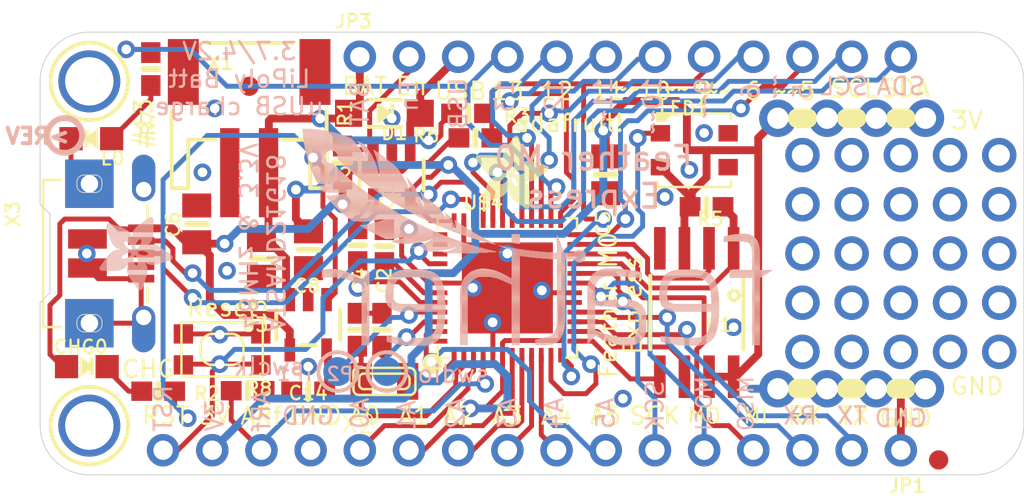
<source format=kicad_pcb>
(kicad_pcb (version 20211014) (generator pcbnew)
  (layers (0 "F.Cu" signal) (31 "B.Cu" signal) (34 "B.Paste" user) (35 "F.Paste" user) (36 "B.SilkS" user "B.Silkscreen") (37 "F.SilkS" user "F.Silkscreen") (38 "B.Mask" user) (39 "F.Mask" user) (44 "Edge.Cuts" user))
  (net 0 "")
  (net 1 "GND")
  (net 2 "MOSI")
  (net 3 "MISO")
  (net 4 "SCK")
  (net 5 "A5")
  (net 6 "A4")
  (net 7 "A3")
  (net 8 "A2")
  (net 9 "A1")
  (net 10 "D11")
  (net 11 "D12")
  (net 12 "+3V3")
  (net 13 "VBUS")
  (net 14 "VBAT")
  (net 15 "N$2")
  (net 16 "AREF")
  (net 17 "D13")
  (net 18 "A0")
  (net 19 "N$1")
  (net 20 "N$3")
  (net 21 "N$4")
  (net 22 "VDDCORE")
  (net 23 "SCL")
  (net 24 "SDA")
  (net 25 "D9")
  (net 26 "D8_NEOPIX")
  (net 27 "D7")
  (net 28 "D6")
  (net 29 "D5")
  (net 30 "D4_FLASHMOSI")
  (net 31 "D1")
  (net 32 "D0")
  (net 33 "D10")
  (net 34 "D+")
  (net 35 "D-")
  (net 36 "~{RESET}")
  (net 37 "SWCLK")
  (net 38 "SWDIO")
  (net 39 "N$5")
  (net 40 "N$7")
  (net 41 "EN")
  (net 42 "D3_FLASHSCK")
  (net 43 "FLASH_CS")
  (net 44 "RXLED")
  (net 45 "TXLED")
  (net 46 "N$6")
  (net 47 "N$8")
  (net 48 "N$9")
  (net 49 "N$10")
  (net 50 "N$11")
  (net 51 "N$12")
  (net 52 "N$13")
  (net 53 "N$14")
  (net 54 "N$17")
  (net 55 "N$25")
  (net 56 "N$26")
  (net 57 "N$27")
  (net 58 "N$28")
  (net 59 "N$29")
  (net 60 "N$30")
  (net 61 "N$31")
  (net 62 "N$33")
  (net 63 "N$34")
  (net 64 "N$35")
  (net 65 "N$36")
  (net 66 "N$38")
  (net 67 "N$39")
  (net 68 "N$40")
  (net 69 "N$41")
  (net 70 "N$42")
  (net 71 "D2_FLASHMISO")
  (footprint "boardEagle:SOT23-5" (layer "F.Cu") (at 136.9441 108.6866 180)
    (fp_text reference "U3")
    (fp_text value "MCP73831T-2ACI/OT")
  )
  (footprint "boardEagle:LED3535" (layer "F.Cu") (at 156.8831 99.6696)
    (fp_text reference "LED1")
    (fp_text value "WS2812B3535")
  )
  (footprint "boardEagle:MOUNTINGHOLE_2.5_PLATED" (layer "F.Cu") (at 125.6411 113.8936 -90)
    (fp_text reference "U$32" hide)
    (fp_text value "MOUNTINGHOLE2.5" hide)
  )
  (footprint "boardEagle:0603-NO" (layer "F.Cu") (at 145.1991 97.7646)
    (fp_text reference "R3")
    (fp_text value "100k")
  )
  (footprint "" (layer "F.Cu") (at 171.3611 96.1136)
    (fp_text reference "@HOLE0" hide)
    (fp_text value "")
  )
  (footprint "boardEagle:0603-NO" (layer "F.Cu") (at 140.7541 108.9406 90)
    (fp_text reference "C2")
    (fp_text value "22pF")
  )
  (footprint "boardEagle:1X12_ROUND" (layer "F.Cu") (at 153.5811 94.8436)
    (fp_text reference "JP3")
    (fp_text value "")
  )
  (footprint "" (layer "F.Cu") (at 171.3611 113.8936)
    (fp_text reference "@HOLE1" hide)
    (fp_text value "")
  )
  (footprint "boardEagle:XTAL3215" (layer "F.Cu") (at 140.8811 111.6076)
    (fp_text reference "X2")
    (fp_text value "32.768")
  )
  (footprint "boardEagle:SOT23-5" (layer "F.Cu") (at 141.2621 100.9396 180)
    (fp_text reference "U2")
    (fp_text value "AP2112-3.3")
  )
  (footprint "boardEagle:0603-NO" (layer "F.Cu") (at 157.5181 102.5906 180)
    (fp_text reference "R5")
    (fp_text value "10K")
  )
  (footprint "boardEagle:0805-NO" (layer "F.Cu") (at 131.1891 103.4746 90)
    (fp_text reference "C6")
    (fp_text value "10µF")
  )
  (footprint "boardEagle:0603-NO" (layer "F.Cu") (at 128.8161 95.4786 -90)
    (fp_text reference "R7")
    (fp_text value "2.2K")
  )
  (footprint "boardEagle:0805-NO" (layer "F.Cu") (at 136.9591 104.8096 -90)
    (fp_text reference "C8")
    (fp_text value "10µF")
  )
  (footprint "boardEagle:0603-NO" (layer "F.Cu") (at 129.1971 112.1156)
    (fp_text reference "R2")
    (fp_text value "1K")
  )
  (footprint "boardEagle:0603-NO" (layer "F.Cu") (at 139.4841 108.9406 90)
    (fp_text reference "C4")
    (fp_text value "22pF")
  )
  (footprint "boardEagle:MOUNTINGHOLE_2.5_PLATED" (layer "F.Cu") (at 125.6411 96.1136 -90)
    (fp_text reference "U$31" hide)
    (fp_text value "MOUNTINGHOLE2.5" hide)
  )
  (footprint "boardEagle:TQFN48_7MM" (layer "F.Cu") (at 147.2311 106.7816)
    (fp_text reference "U$4")
    (fp_text value "ATSAMD21G18_QFN")
  )
  (footprint "boardEagle:0603-NO" (layer "F.Cu") (at 136.9441 112.1156 180)
    (fp_text reference "R8")
    (fp_text value "10K\\")
  )
  (footprint "boardEagle:0805-NO" (layer "F.Cu") (at 152.3111 100.9396 -90)
    (fp_text reference "C5")
    (fp_text value "10uF")
  )
  (footprint "boardEagle:ADAFRUIT_3.5MM" (layer "F.Cu") (at 145.5801 102.7176)
    (fp_text reference "U$7" hide)
    (fp_text value "" hide)
  )
  (footprint "boardEagle:SOD-123" (layer "F.Cu") (at 140.8811 97.7646 180)
    (fp_text reference "D1")
    (fp_text value "MBR120")
  )
  (footprint "boardEagle:1X16_ROUND" (layer "F.Cu") (at 148.5011 115.1636 180)
    (fp_text reference "JP1")
    (fp_text value "")
  )
  (footprint "boardEagle:CHIPLED_0805_NOOUTLINE" (layer "F.Cu") (at 125.5141 110.8456 -90)
    (fp_text reference "CHG0")
    (fp_text value "ORANGE")
  )
  (footprint "boardEagle:JSTPH2" (layer "F.Cu") (at 133.8961 97.1296)
    (fp_text reference "X1")
    (fp_text value "JSTPH")
  )
  (footprint "boardEagle:0805-NO" (layer "F.Cu") (at 134.5311 105.2576 -90)
    (fp_text reference "C3")
    (fp_text value "10µF")
  )
  (footprint "boardEagle:4UCONN_20329_V2" (layer "F.Cu") (at 127.5461 105.0036 -90)
    (fp_text reference "X3")
    (fp_text value "microUSB")
    (fp_line (start -4.05 2.15) (end -4.05 1.6) (layer "Edge.Cuts") (width 0.05))
    (fp_line (start -3.5 2.55) (end -3.7 2.55) (layer "Edge.Cuts") (width 0.05))
    (fp_line (start -3.15 1.6) (end -3.15 2.15) (layer "Edge.Cuts") (width 0.05))
    (fp_line (start 3.15 2.2) (end 3.15 1.6) (layer "Edge.Cuts") (width 0.05))
    (fp_line (start -3.7 1.25) (end -3.5 1.25) (layer "Edge.Cuts") (width 0.05))
    (fp_line (start 4.05 1.6) (end 4.05 2.2) (layer "Edge.Cuts") (width 0.05))
    (fp_arc (start 3.6 1.25) (mid 3.897487 1.331802) (end 4.05 1.6) (layer "Edge.Cuts") (width 0.05))
    (fp_arc (start 3.15 1.6) (mid 3.302513 1.331802) (end 3.6 1.25) (layer "Edge.Cuts") (width 0.05))
    (fp_arc (start -3.7 2.55) (mid -3.957843 2.422487) (end -4.05 2.15) (layer "Edge.Cuts") (width 0.05))
    (fp_arc (start -3.15 2.15) (mid -3.242157 2.422487) (end -3.5 2.55) (layer "Edge.Cuts") (width 0.05))
    (fp_arc (start 4.05 2.2) (mid 3.897487 2.468198) (end 3.6 2.55) (layer "Edge.Cuts") (width 0.05))
    (fp_arc (start 3.6 2.55) (mid 3.302513 2.468198) (end 3.15 2.2) (layer "Edge.Cuts") (width 0.05))
    (fp_arc (start -3.5 1.25) (mid -3.252513 1.352513) (end -3.15 1.6) (layer "Edge.Cuts") (width 0.05))
    (fp_arc (start -4.05 1.6) (mid -3.947487 1.352513) (end -3.7 1.25) (layer "Edge.Cuts") (width 0.05))
  )
  (footprint "boardEagle:0603-NO" (layer "F.Cu") (at 133.8199 112.089007)
    (fp_text reference "C14")
    (fp_text value "1uF")
  )
  (footprint "boardEagle:0603-NO" (layer "F.Cu") (at 140.8811 104.6226 90)
    (fp_text reference "C1")
    (fp_text value "1uF")
  )
  (footprint "boardEagle:FIDUCIAL_1MM" (layer "F.Cu") (at 169.5033 115.6646 -90)
    (fp_text reference "U$35" hide)
    (fp_text value "FIDUCIAL\"\"" hide)
  )
  (footprint "boardEagle:CHIPLED_0805_NOOUTLINE" (layer "F.Cu") (at 125.7461 99.0746 90)
    (fp_text reference "L0")
    (fp_text value "RED")
  )
  (footprint "boardEagle:KMR2" (layer "F.Cu") (at 132.4991 109.9566 180)
    (fp_text reference "SW1" hide)
    (fp_text value "SPST_TACT-KMR2" hide)
  )
  (footprint "boardEagle:0603-NO" (layer "F.Cu") (at 139.5011 104.5716 90)
    (fp_text reference "C7")
    (fp_text value "1uF")
  )
  (footprint "boardEagle:0603-NO" (layer "F.Cu") (at 145.5801 99.0346 180)
    (fp_text reference "R6")
    (fp_text value "100K")
  )
  (footprint "boardEagle:FIDUCIAL_1MM" (layer "F.Cu") (at 133.8961 96.3676 -90)
    (fp_text reference "U$34" hide)
    (fp_text value "FIDUCIAL\"\"" hide)
  )
  (footprint "boardEagle:0603-NO" (layer "F.Cu") (at 138.7221 100.3046 90)
    (fp_text reference "R1")
    (fp_text value "100k")
  )
  (footprint "boardEagle:SOIC8_208MIL" (layer "F.Cu") (at 157.0101 108.0516 180)
    (fp_text reference "U1")
    (fp_text value "2MB Flash")
  )
  (footprint "boardEagle:FEATHERLOGO" (layer "B.Cu") (at 160.9471 109.8296 180)
    (fp_text reference "U$9" hide)
    (fp_text value "" hide)
  )
  (footprint "boardEagle:ADAFRUIT_3.5MM" (layer "B.Cu") (at 126.1491 103.0986)
    (fp_text reference "U$12" hide)
    (fp_text value "" hide)
  )
  (footprint "boardEagle:PCBFEAT-REV-040" (layer "B.Cu") (at 124.3711 98.9076 180)
    (fp_text reference "U$13" hide)
    (fp_text value "" hide)
  )
  (footprint "boardEagle:TESTPOINT_ROUND_1.5MM" (layer "B.Cu") (at 138.4681 111.0996 180)
    (fp_text reference "TP1")
    (fp_text value "")
  )
  (footprint "boardEagle:TESTPOINT_ROUND_1.5MM" (layer "B.Cu") (at 141.0081 111.0996 180)
    (fp_text reference "TP2")
    (fp_text value "")
  )
  (gr_line (start 162.2171 98.0186) (end 162.7251 98.0186) (layer "F.SilkS") (width 1.016))
  (gr_line (start 167.2971 98.0186) (end 167.8051 98.0186) (layer "F.SilkS") (width 1.016))
  (gr_line (start 167.2971 111.9886) (end 167.8051 111.9886) (layer "F.SilkS") (width 1.016))
  (gr_line (start 164.7571 111.9886) (end 165.2651 111.9886) (layer "F.SilkS") (width 1.016))
  (gr_line (start 164.7571 98.0186) (end 165.2651 98.0186) (layer "F.SilkS") (width 1.016))
  (gr_line (start 162.2171 111.9886) (end 162.7251 111.9886) (layer "F.SilkS") (width 1.016))
  (gr_arc (start 123.1011 96.1136) (mid 123.845049 94.317549) (end 125.6411 93.5736) (layer "Edge.Cuts") (width 0.05))
  (gr_line (start 123.1011 107.5436) (end 123.1011 113.8936) (layer "Edge.Cuts") (width 0.05))
  (gr_line (start 123.6091 102.9716) (end 123.6091 107.0356) (layer "Edge.Cuts") (width 0.05))
  (gr_arc (start 125.6411 116.4336) (mid 123.845049 115.689651) (end 123.1011 113.8936) (layer "Edge.Cuts") (width 0.05))
  (gr_line (start 125.6411 116.4336) (end 171.3611 116.4336) (layer "Edge.Cuts") (width 0.05))
  (gr_line (start 173.9011 113.8936) (end 173.9011 96.1136) (layer "Edge.Cuts") (width 0.05))
  (gr_line (start 123.6091 107.0356) (end 123.1011 107.5436) (layer "Edge.Cuts") (width 0.05))
  (gr_arc (start 173.9011 113.8936) (mid 173.157151 115.689651) (end 171.3611 116.4336) (layer "Edge.Cuts") (width 0.05))
  (gr_arc (start 171.3611 93.5736) (mid 173.157151 94.317549) (end 173.9011 96.1136) (layer "Edge.Cuts") (width 0.05))
  (gr_line (start 123.1011 102.4636) (end 123.6091 102.9716) (layer "Edge.Cuts") (width 0.05))
  (gr_line (start 171.3611 93.5736) (end 125.6411 93.5736) (layer "Edge.Cuts") (width 0.05))
  (gr_line (start 123.1011 96.1136) (end 123.1011 102.4636) (layer "Edge.Cuts") (width 0.05))
  (gr_text "GND" (at 136.9441 113.3856) (layer "B.SilkS") (effects (font (size 0.89408 0.89408) (thickness 0.12192)) (justify mirror)))
  (gr_text "A5" (at 152.3111 113.2586 -270) (layer "B.SilkS") (effects (font (size 0.89408 0.89408) (thickness 0.12192)) (justify mirror)))
  (gr_text "A2" (at 144.5641 113.2586 -270) (layer "B.SilkS") (effects (font (size 0.89408 0.89408) (thickness 0.12192)) (justify mirror)))
  (gr_text "3V" (at 132.1181 113.3856 -270) (layer "B.SilkS") (effects (font (size 0.89408 0.89408) (thickness 0.12192)) (justify mirror)))
  (gr_text "TX" (at 165.0111 113.3856) (layer "B.SilkS") (effects (font (size 0.89408 0.89408) (thickness 0.12192)) (justify mirror)))
  (gr_text "SCK" (at 154.8511 112.8776 -270) (layer "B.SilkS") (effects (font (size 0.89408 0.89408) (thickness 0.12192)) (justify mirror)))
  (gr_text "ATSAMD21G18 \n48MHz & 3.3V" (at 134.5311 104.1146 -90) (layer "B.SilkS") (effects (font (size 0.88392 0.88392) (thickness 0.13208)) (justify mirror)))
  (gr_text "A0" (at 139.6111 113.2586 -270) (layer "B.SilkS") (effects (font (size 0.89408 0.89408) (thickness 0.12192)) (justify mirror)))
  (gr_text "12" (at 149.6441 96.8756 -270) (layer "B.SilkS") (effects (font (size 0.89408 0.89408) (thickness 0.12192)) (justify mirror)))
  (gr_text "USB" (at 144.6911 97.2566 -270) (layer "B.SilkS") (effects (font (size 0.89408 0.89408) (thickness 0.12192)) (justify mirror)))
  (gr_text "3.7/4.2V\nLiPoly Batt\nµUSB charge" (at 133.3881 95.9866) (layer "B.SilkS") (effects (font (size 0.88392 0.88392) (thickness 0.13208)) (justify mirror)))
  (gr_text "9~~" (at 157.3911 97.0026 -270) (layer "B.SilkS") (effects (font (size 0.89408 0.89408) (thickness 0.12192)) (justify mirror)))
  (gr_text "BAT" (at 139.6111 97.2566 -270) (layer "B.SilkS") (effects (font (size 0.89408 0.89408) (thickness 0.12192)) (justify mirror)))
  (gr_text "RX" (at 162.3441 113.3856) (layer "B.SilkS") (effects (font (size 0.89408 0.89408) (thickness 0.12192)) (justify mirror)))
  (gr_text "10~~" (at 154.7241 97.3836 -270) (layer "B.SilkS") (effects (font (size 0.89408 0.89408) (thickness 0.12192)) (justify mirror)))
  (gr_text "A4" (at 149.6441 113.2586 -270) (layer "B.SilkS") (effects (font (size 0.89408 0.89408) (thickness 0.12192)) (justify mirror)))
  (gr_text "MISO" (at 159.5501 112.7506 -270) (layer "B.SilkS") (effects (font (size 0.78232 0.78232) (thickness 0.10668)) (justify mirror)))
  (gr_text "A3" (at 147.2311 113.2586 -270) (layer "B.SilkS") (effects (font (size 0.89408 0.89408) (thickness 0.12192)) (justify mirror)))
  (gr_text "A1" (at 142.0241 113.3856 -270) (layer "B.SilkS") (effects (font (size 0.89408 0.89408) (thickness 0.12192)) (justify mirror)))
  (gr_text "5" (at 162.4711 96.6216 -270) (layer "B.SilkS") (effects (font (size 0.89408 0.89408) (thickness 0.12192)) (justify mirror)))
  (gr_text "~~" (at 161.0741 96.3676 -90) (layer "B.SilkS") (effects (font (size 0.89408 0.89408) (thickness 0.12192)) (justify mirror)))
  (gr_text "Feather M0\nExpress" (at 151.6761 101.0666) (layer "B.SilkS") (effects (font (size 1.21539 1.21539) (thickness 0.18161)) (justify mirror)))
  (gr_text "En" (at 142.1511 96.8756 -270) (layer "B.SilkS") (effects (font (size 0.89408 0.89408) (thickness 0.12192)) (justify mirror)))
  (gr_text "swdio" (at 144.4371 111.2266) (layer "B.SilkS") (effects (font (size 0.89408 0.89408) (thickness 0.12192)) (justify mirror)))
  (gr_text "swclk" (at 134.9121 110.8456) (layer "B.SilkS") (effects (font (size 0.89408 0.89408) (thickness 0.12192)) (justify mirror)))
  (gr_text "13" (at 147.1041 96.8756 -270) (layer "B.SilkS") (effects (font (size 0.89408 0.89408) (thickness 0.12192)) (justify mirror)))
  (gr_text "RST" (at 129.4511 113.0046 -270) (layer "B.SilkS") (effects (font (size 0.89408 0.89408) (thickness 0.12192)) (justify mirror)))
  (gr_text "SDA" (at 167.5511 96.3676) (layer "B.SilkS") (effects (font (size 0.89408 0.89408) (thickness 0.12192)) (justify mirror)))
  (gr_text "6" (at 159.8041 96.6216 -270) (layer "B.SilkS") (effects (font (size 0.89408 0.89408) (thickness 0.12192)) (justify mirror)))
  (gr_text "GND" (at 167.5511 113.5126) (layer "B.SilkS") (effects (font (size 0.89408 0.89408) (thickness 0.12192)) (justify mirror)))
  (gr_text "11~~" (at 152.1841 97.3836 -270) (layer "B.SilkS") (effects (font (size 0.89408 0.89408) (thickness 0.12192)) (justify mirror)))
  (gr_text "SCL" (at 164.6301 96.3676) (layer "B.SilkS") (effects (font (size 0.89408 0.89408) (thickness 0.12192)) (justify mirror)))
  (gr_text "MOSI" (at 157.3911 112.7506 -270) (layer "B.SilkS") (effects (font (size 0.78232 0.78232) (thickness 0.10668)) (justify mirror)))
  (gr_text "ARf" (at 134.5311 113.1316 -270) (layer "B.SilkS") (effects (font (size 0.89408 0.89408) (thickness 0.12192)) (justify mirror)))
  (gr_text "6" (at 159.9311 96.6216) (layer "F.SilkS") (effects (font (size 0.89408 0.89408) (thickness 0.12192))))
  (gr_text "BAT" (at 139.8651 96.3676) (layer "F.SilkS") (effects (font (size 0.89408 0.89408) (thickness 0.12192))))
  (gr_text "En" (at 142.2781 96.3676) (layer "F.SilkS") (effects (font (size 0.89408 0.89408) (thickness 0.12192))))
  (gr_text "GND" (at 137.3251 113.3856) (layer "F.SilkS") (effects (font (size 0.89408 0.89408) (thickness 0.12192))))
  (gr_text "SCK" (at 154.8511 113.3856) (layer "F.SilkS") (effects (font (size 0.89408 0.89408) (thickness 0.12192))))
  (gr_text "MO" (at 157.3911 113.3856) (layer "F.SilkS") (effects (font (size 0.78232 0.78232) (thickness 0.10668))))
  (gr_text "SCL" (at 165.1381 96.4946) (layer "F.SilkS") (effects (font (size 0.89408 0.89408) (thickness 0.12192))))
  (gr_text "CHG" (at 128.6891 110.9726) (layer "F.SilkS") (effects (font (size 0.89408 0.89408) (thickness 0.12192))))
  (gr_text "RST" (at 129.5781 113.3856) (layer "F.SilkS") (effects (font (size 0.89408 0.89408) (thickness 0.12192))))
  (gr_text "~~" (at 155.9941 96.4946) (layer "F.SilkS") (effects (font (size 0.89408 0.89408) (thickness 0.12192))))
  (gr_text "~~" (at 158.1531 96.6216) (layer "F.SilkS") (effects (font (size 0.89408 0.89408) (thickness 0.12192))))
  (gr_text "ARf" (at 134.5311 113.3856) (layer "F.SilkS") (effects (font (size 0.89408 0.89408) (thickness 0.12192))))
  (gr_text "11" (at 152.4381 96.6216) (layer "F.SilkS") (effects (font (size 0.89408 0.89408) (thickness 0.12192))))
  (gr_text "#13" (at 128.4351 98.2726 90) (layer "F.SilkS") (effects (font (size 0.89408 0.89408) (thickness 0.12192))))
  (gr_text "Express" (at 153.7081 107.6706 90) (layer "F.SilkS") (effects (font (size 0.89408 0.89408) (thickness 0.12192))))
  (gr_text "GND" (at 171.4881 111.8616) (layer "F.SilkS") (effects (font (size 0.89408 0.89408) (thickness 0.12192))))
  (gr_text "A2" (at 144.6911 113.3856) (layer "F.SilkS") (effects (font (size 0.89408 0.89408) (thickness 0.12192))))
  (gr_text "TX" (at 165.1381 113.3856) (layer "F.SilkS") (effects (font (size 0.89408 0.89408) (thickness 0.12192))))
  (gr_text "Reset" (at 132.4991 107.7976) (layer "F.SilkS") (effects (font (size 0.89408 0.89408) (thickness 0.12192))))
  (gr_text "adafruit!" (at 150.4061 98.2726) (layer "F.SilkS") (effects (font (size 0.89408 0.89408) (thickness 0.12192))))
  (gr_text "GND" (at 167.8051 113.5126) (layer "F.SilkS") (effects (font (size 0.89408 0.89408) (thickness 0.12192))))
  (gr_text "RX" (at 162.5981 113.3856) (layer "F.SilkS") (effects (font (size 0.89408 0.89408) (thickness 0.12192))))
  (gr_text "USB" (at 144.8181 96.6216) (layer "F.SilkS") (effects (font (size 0.89408 0.89408) (thickness 0.12192))))
  (gr_text "A4" (at 149.7711 113.3856) (layer "F.SilkS") (effects (font (size 0.89408 0.89408) (thickness 0.12192))))
  (gr_text "MI" (at 160.0581 113.3856) (layer "F.SilkS") (effects (font (size 0.78232 0.78232) (thickness 0.10668))))
  (gr_text "A0" (at 139.8651 113.3856) (layer "F.SilkS") (effects (font (size 0.89408 0.89408) (thickness 0.12192))))
  (gr_text "12" (at 149.7711 96.6216) (layer "F.SilkS") (effects (font (size 0.89408 0.89408) (thickness 0.12192))))
  (gr_text "13" (at 147.2311 96.6216) (layer "F.SilkS") (effects (font (size 0.89408 0.89408) (thickness 0.12192))))
  (gr_text "A3" (at 147.2311 113.3856) (layer "F.SilkS") (effects (font (size 0.89408 0.89408) (thickness 0.12192))))
  (gr_text "9" (at 157.3911 96.6216) (layer "F.SilkS") (effects (font (size 0.89408 0.89408) (thickness 0.12192))))
  (gr_text "SDA" (at 167.8051 96.4946) (layer "F.SilkS") (effects (font (size 0.89408 0.89408) (thickness 0.12192))))
  (gr_text "~~5" (at 162.0901 96.6216) (layer "F.SilkS") (effects (font (size 0.89408 0.89408) (thickness 0.12192))))
  (gr_text "10" (at 154.8511 96.6216) (layer "F.SilkS") (effects (font (size 0.89408 0.89408) (thickness 0.12192))))
  (gr_text "A5" (at 152.3111 113.3856) (layer "F.SilkS") (effects (font (size 0.89408 0.89408) (thickness 0.12192))))
  (gr_text "3V" (at 132.1181 113.3856) (layer "F.SilkS") (effects (font (size 0.89408 0.89408) (thickness 0.12192))))
  (gr_text "~~" (at 153.4541 96.4946) (layer "F.SilkS") (effects (font (size 0.89408 0.89408) (thickness 0.12192))))
  (gr_text "3V" (at 170.9801 98.1456) (layer "F.SilkS") (effects (font (size 0.89408 0.89408) (thickness 0.12192))))
  (gr_text "A1" (at 142.4051 113.3856) (layer "F.SilkS") (effects (font (size 0.89408 0.89408) (thickness 0.12192))))
  (gr_text "Feather M0" (at 152.4381 107.6706 90) (layer "F.SilkS") (effects (font (size 0.89408 0.89408) (thickness 0.12192))))
  (segment (start 144.7301 99.0346) (end 144.4371 99.0346) (width 0.254) (layer "F.Cu") (net 1))
  (segment (start 167.5511 115.1636) (end 167.5511 112.2426) (width 0.4064) (layer "F.Cu") (net 1))
  (segment (start 144.9811 104.5316) (end 147.2311 106.7816) (width 0.254) (layer "F.Cu") (net 1))
  (segment (start 128.1461 108.6036) (end 128.4461 108.3036) (width 0.254) (layer "F.Cu") (net 1))
  (segment (start 141.2621 99.6395) (end 141.2621 98.3996) (width 0.254) (layer "F.Cu") (net 1))
  (segment (start 161.2011 111.9886) (end 163.7411 111.9886) (width 0.4064) (layer "F.Cu") (net 1))
  (segment (start 146.4691 107.5436) (end 146.4691 108.5596) (width 0.254) (layer "F.Cu") (net 1))
  (segment (start 130.4991 109.1566) (end 134.4991 109.1566) (width 0.254) (layer "F.Cu") (net 1))
  (segment (start 126.0961 106.3036) (end 125.5461 105.7536) (width 0.254) (layer "F.Cu") (net 1))
  (segment (start 150.7061 107.0316) (end 147.4811 107.0316) (width 0.254) (layer "F.Cu") (net 1))
  (segment (start 167.2971 111.9886) (end 168.8211 111.9886) (width 0.4064) (layer "F.Cu") (net 1))
  (segment (start 125.6461 108.6036) (end 128.1461 108.6036) (width 0.254) (layer "F.Cu") (net 1))
  (segment (start 167.5511 112.2426) (end 167.2971 111.9886) (width 0.4064) (layer "F.Cu") (net 1))
  (segment (start 140.7541 108.0906) (end 139.4841 108.0906) (width 0.254) (layer "F.Cu") (net 1))
  (segment (start 146.4811 110.2566) (end 146.4811 107.5316) (width 0.254) (layer "F.Cu") (net 1))
  (segment (start 143.7561 106.5316) (end 143.1711 106.5316) (width 0.254) (layer "F.Cu") (net 1))
  (segment (start 141.7701 105.1306) (end 141.7701 104.1146) (width 0.254) (layer "F.Cu") (net 1))
  (segment (start 143.1671 100.3046) (end 143.0401 100.3046) (width 0.254) (layer "F.Cu") (net 1))
  (segment (start 143.1711 106.5316) (end 141.7701 105.1306) (width 0.254) (layer "F.Cu") (net 1))
  (segment (start 128.3211 108.1786) (end 128.4461 108.3036) (width 0.254) (layer "F.Cu") (net 1))
  (segment (start 124.6961 99.0746) (end 124.6961 101.4036) (width 0.254) (layer "F.Cu") (net 1))
  (segment (start 124.6961 101.4036) (end 125.6461 101.4036) (width 0.254) (layer "F.Cu") (net 1))
  (segment (start 144.4371 99.0346) (end 143.1671 100.3046) (width 0.254) (layer "F.Cu") (net 1))
  (segment (start 143.7561 106.5316) (end 146.9811 106.5316) (width 0.254) (layer "F.Cu") (net 1))
  (segment (start 146.4811 107.5316) (end 146.4691 107.5436) (width 0.254) (layer "F.Cu") (net 1))
  (segment (start 141.7701 104.1146) (end 142.1511 103.7336) (width 0.254) (layer "F.Cu") (net 1))
  (segment (start 128.3211 106.3036) (end 128.3211 108.1786) (width 0.254) (layer "F.Cu") (net 1))
  (segment (start 134.4991 109.1566) (end 134.6201 109.1566) (width 0.254) (layer "F.Cu") (net 1))
  (segment (start 147.4811 107.0316) (end 147.2311 106.7816) (width 0.254) (layer "F.Cu") (net 1))
  (segment (start 163.7411 111.9886) (end 166.2811 111.9886) (width 0.4064) (layer "F.Cu") (net 1))
  (segment (start 146.4811 107.5316) (end 147.2311 106.7816) (width 0.254) (layer "F.Cu") (net 1))
  (segment (start 146.9811 106.5316) (end 147.2311 106.7816) (width 0.254) (layer "F.Cu") (net 1))
  (segment (start 137.0711 105.7596) (end 136.9591 105.7596) (width 0.254) (layer "F.Cu") (net 1))
  (segment (start 166.2811 111.9886) (end 167.2971 111.9886) (width 0.4064) (layer "F.Cu") (net 1))
  (segment (start 128.3211 106.3036) (end 126.0961 106.3036) (width 0.254) (layer "F.Cu") (net 1))
  (segment (start 144.9811 103.3066) (end 144.9811 104.5316) (width 0.254) (layer "F.Cu") (net 1))
  (via (at 163.7411 111.9886) (size 1.9304) (drill 1.1) (layers "F.Cu" "B.Cu") (net 1))
  (via (at 132.1181 97.5106) (size 0.9064) (drill 0.5) (layers "F.Cu" "B.Cu") (net 1))
  (via (at 153.2001 112.4966) (size 0.9064) (drill 0.5) (layers "F.Cu" "B.Cu") (net 1))
  (via (at 166.2811 111.9886) (size 1.9304) (drill 1.1) (layers "F.Cu" "B.Cu") (net 1))
  (via (at 141.2621 98.0186) (size 0.9064) (drill 0.5) (layers "F.Cu" "B.Cu") (net 1))
  (via (at 142.1511 103.7336) (size 0.9064) (drill 0.5) (layers "F.Cu" "B.Cu") (net 1))
  (via (at 157.3911 98.7806) (size 0.9064) (drill 0.5) (layers "F.Cu" "B.Cu") (net 1))
  (via (at 168.8211 111.9886) (size 1.9304) (drill 1.1) (layers "F.Cu" "B.Cu") (net 1))
  (via (at 136.9441 110.8456) (size 0.9064) (drill 0.5) (layers "F.Cu" "B.Cu") (net 1))
  (via (at 132.3721 109.1946) (size 0.9064) (drill 0.5) (layers "F.Cu" "B.Cu") (net 1))
  (via (at 156.6291 100.6856) (size 0.9064) (drill 0.5) (layers "F.Cu" "B.Cu") (net 1))
  (via (at 161.2011 111.9886) (size 1.9304) (drill 1.1) (layers "F.Cu" "B.Cu") (net 1))
  (via (at 131.4831 100.8126) (size 0.9064) (drill 0.5) (layers "F.Cu" "B.Cu") (net 1))
  (via (at 155.3591 102.0826) (size 0.9064) (drill 0.5) (layers "F.Cu" "B.Cu") (net 1))
  (via (at 146.4691 108.5596) (size 0.9064) (drill 0.5) (layers "F.Cu" "B.Cu") (net 1))
  (via (at 125.5141 105.0036) (size 0.9064) (drill 0.5) (layers "F.Cu" "B.Cu") (net 1))
  (via (at 149.0091 106.9086) (size 0.9064) (drill 0.5) (layers "F.Cu" "B.Cu") (net 1))
  (via (at 132.7531 105.8926) (size 0.9064) (drill 0.5) (layers "F.Cu" "B.Cu") (net 1))
  (via (at 145.4531 106.7816) (size 0.9064) (drill 0.5) (layers "F.Cu" "B.Cu") (net 1))
  (via (at 147.2311 105.0036) (size 0.9064) (drill 0.5) (layers "F.Cu" "B.Cu") (net 1))
  (via (at 158.9151 108.8136) (size 0.9064) (drill 0.5) (layers "F.Cu" "B.Cu") (net 1))
  (segment (start 159.8041 111.9886) (end 161.2011 111.9886) (width 0.4064) (layer "B.Cu") (net 1))
  (segment (start 151.4261 106.5316) (end 152.0571 107.1626) (width 0.254) (layer "F.Cu") (net 2))
  (segment (start 152.0571 107.1626) (end 152.0571 107.2261) (width 0.254) (layer "F.Cu") (net 2))
  (segment (start 150.7061 106.5316) (end 151.4261 106.5316) (width 0.254) (layer "F.Cu") (net 2))
  (via (at 152.0571 107.2261) (size 0.9064) (drill 0.5) (layers "F.Cu" "B.Cu") (net 2))
  (segment (start 152.7556 106.5276) (end 152.0571 107.2261) (width 0.254) (layer "B.Cu") (net 2))
  (segment (start 153.7081 106.5276) (end 152.7556 106.5276) (width 0.254) (layer "B.Cu") (net 2))
  (segment (start 154.5971 110.2106) (end 157.3911 113.0046) (width 0.254) (layer "B.Cu") (net 2))
  (segment (start 157.3911 113.0046) (end 157.3911 115.1636) (width 0.254) (layer "B.Cu") (net 2))
  (segment (start 154.5971 107.4166) (end 153.7081 106.5276) (width 0.254) (layer "B.Cu") (net 2))
  (segment (start 154.5971 107.4166) (end 154.5971 110.2106) (width 0.254) (layer "B.Cu") (net 2))
  (segment (start 157.0101 113.0046) (end 157.0101 109.9566) (width 0.254) (layer "F.Cu") (net 3))
  (segment (start 157.3911 109.5756) (end 157.3911 107.2896) (width 0.254) (layer "F.Cu") (net 3))
  (segment (start 153.1185 105.5316) (end 153.4541 105.8672) (width 0.254) (layer "F.Cu") (net 3))
  (segment (start 158.6611 113.8936) (end 159.9311 115.1636) (width 0.254) (layer "F.Cu") (net 3))
  (segment (start 157.0101 109.9566) (end 157.3911 109.5756) (width 0.254) (layer "F.Cu") (net 3))
  (segment (start 153.4541 105.8672) (end 153.4541 106.5276) (width 0.254) (layer "F.Cu") (net 3))
  (segment (start 157.0101 113.0046) (end 157.8991 113.8936) (width 0.254) (layer "F.Cu") (net 3))
  (segment (start 153.4541 106.5276) (end 154.2161 107.2896) (width 0.254) (layer "F.Cu") (net 3))
  (segment (start 157.8991 113.8936) (end 158.6611 113.8936) (width 0.254) (layer "F.Cu") (net 3))
  (segment (start 154.2161 107.2896) (end 157.3911 107.2896) (width 0.254) (layer "F.Cu") (net 3))
  (segment (start 150.7061 105.5316) (end 153.1185 105.5316) (width 0.254) (layer "F.Cu") (net 3))
  (segment (start 150.7061 106.0316) (end 152.7041 106.0316) (width 0.254) (layer "F.Cu") (net 4))
  (segment (start 152.9461 106.2736) (end 152.9461 106.9086) (width 0.254) (layer "F.Cu") (net 4))
  (segment (start 153.2001 107.1626) (end 153.2001 107.4801) (width 0.254) (layer "F.Cu") (net 4))
  (segment (start 152.7041 106.0316) (end 152.9461 106.2736) (width 0.254) (layer "F.Cu") (net 4))
  (segment (start 152.9461 106.9086) (end 153.2001 107.1626) (width 0.254) (layer "F.Cu") (net 4))
  (via (at 153.2001 107.4801) (size 0.9064) (drill 0.5) (layers "F.Cu" "B.Cu") (net 4))
  (segment (start 153.9621 111.6076) (end 154.8511 112.4966) (width 0.254) (layer "B.Cu") (net 4))
  (segment (start 153.9621 108.1786) (end 153.9621 111.6076) (width 0.254) (layer "B.Cu") (net 4))
  (segment (start 153.2636 107.4801) (end 153.2001 107.4801) (width 0.254) (layer "B.Cu") (net 4))
  (segment (start 153.9621 108.1786) (end 153.2636 107.4801) (width 0.254) (layer "B.Cu") (net 4))
  (segment (start 154.8511 112.4966) (end 154.8511 115.1636) (width 0.254) (layer "B.Cu") (net 4))
  (segment (start 143.0401 109.1946) (end 143.0401 110.3376) (width 0.254) (layer "F.Cu") (net 5))
  (segment (start 143.7561 109.0316) (end 143.2031 109.0316) (width 0.254) (layer "F.Cu") (net 5))
  (segment (start 143.2031 109.0316) (end 143.0401 109.1946) (width 0.254) (layer "F.Cu") (net 5))
  (segment (start 143.0401 110.3376) (end 143.2941 110.5916) (width 0.254) (layer "F.Cu") (net 5))
  (via (at 143.2941 110.5916) (size 0.9064) (drill 0.5) (layers "F.Cu" "B.Cu") (net 5))
  (segment (start 143.9291 109.9566) (end 147.2311 109.9566) (width 0.254) (layer "B.Cu") (net 5))
  (segment (start 147.2311 109.9566) (end 148.3741 111.0996) (width 0.254) (layer "B.Cu") (net 5))
  (segment (start 149.6441 113.8936) (end 150.2791 113.8936) (width 0.254) (layer "B.Cu") (net 5))
  (segment (start 143.2941 110.5916) (end 143.9291 109.9566) (width 0.254) (layer "B.Cu") (net 5))
  (segment (start 148.3741 111.0996) (end 148.3741 112.6236) (width 0.254) (layer "B.Cu") (net 5))
  (segment (start 151.5491 115.1636) (end 152.3111 115.1636) (width 0.254) (layer "B.Cu") (net 5))
  (segment (start 148.3741 112.6236) (end 149.6441 113.8936) (width 0.254) (layer "B.Cu") (net 5))
  (segment (start 150.2791 113.8936) (end 151.5491 115.1636) (width 0.254) (layer "B.Cu") (net 5))
  (segment (start 148.9811 114.3736) (end 149.7711 115.1636) (width 0.254) (layer "F.Cu") (net 6))
  (segment (start 148.9811 110.2566) (end 148.9811 114.3736) (width 0.254) (layer "F.Cu") (net 6))
  (segment (start 148.4811 110.2566) (end 148.4811 113.9136) (width 0.254) (layer "F.Cu") (net 7))
  (segment (start 148.4811 113.9136) (end 147.2311 115.1636) (width 0.254) (layer "F.Cu") (net 7))
  (segment (start 144.9451 115.1636) (end 144.6911 115.1636) (width 0.254) (layer "F.Cu") (net 8))
  (segment (start 146.7231 113.8936) (end 145.4531 115.1636) (width 0.254) (layer "F.Cu") (net 8))
  (segment (start 147.9811 110.2566) (end 147.9811 113.6516) (width 0.254) (layer "F.Cu") (net 8))
  (segment (start 147.9811 113.6516) (end 147.7391 113.8936) (width 0.254) (layer "F.Cu") (net 8))
  (segment (start 147.7391 113.8936) (end 146.7231 113.8936) (width 0.254) (layer "F.Cu") (net 8))
  (segment (start 145.4531 115.1636) (end 144.6911 115.1636) (width 0.254) (layer "F.Cu") (net 8))
  (segment (start 147.4811 110.2566) (end 147.4811 112.1196) (width 0.254) (layer "F.Cu") (net 9))
  (segment (start 144.1831 113.8936) (end 142.9131 115.1636) (width 0.254) (layer "F.Cu") (net 9))
  (segment (start 145.9611 113.8936) (end 144.1831 113.8936) (width 0.254) (layer "F.Cu") (net 9))
  (segment (start 146.5961 113.2586) (end 145.9611 113.8936) (width 0.254) (layer "F.Cu") (net 9))
  (segment (start 147.4811 112.1196) (end 147.4851 112.1236) (width 0.254) (layer "F.Cu") (net 9))
  (segment (start 142.9131 115.1636) (end 142.1511 115.1636) (width 0.254) (layer "F.Cu") (net 9))
  (segment (start 147.4851 112.1236) (end 147.4851 113.2586) (width 0.254) (layer "F.Cu") (net 9))
  (segment (start 147.4851 113.2586) (end 146.5961 113.2586) (width 0.254) (layer "F.Cu") (net 9))
  (segment (start 149.9811 102.8886) (end 150.6601 102.2096) (width 0.254) (layer "F.Cu") (net 10))
  (segment (start 150.2791 96.8756) (end 150.1521 96.7486) (width 0.254) (layer "F.Cu") (net 10))
  (segment (start 150.6601 102.2096) (end 150.6601 101.1936) (width 0.254) (layer "F.Cu") (net 10))
  (segment (start 150.1521 96.7486) (end 147.7391 96.7486) (width 0.254) (layer "F.Cu") (net 10))
  (segment (start 150.2791 100.8126) (end 150.6601 101.1936) (width 0.254) (layer "F.Cu") (net 10))
  (segment (start 150.2791 100.8126) (end 150.2791 96.8756) (width 0.254) (layer "F.Cu") (net 10))
  (segment (start 147.7391 96.7486) (end 147.3581 97.1296) (width 0.254) (layer "F.Cu") (net 10))
  (segment (start 149.9811 103.3066) (end 149.9811 102.8886) (width 0.254) (layer "F.Cu") (net 10))
  (via (at 147.3581 97.1296) (size 0.9064) (drill 0.5) (layers "F.Cu" "B.Cu") (net 10))
  (segment (start 150.4061 96.1136) (end 151.6761 94.8436) (width 0.254) (layer "B.Cu") (net 10))
  (segment (start 148.3741 96.7486) (end 149.0091 96.1136) (width 0.254) (layer "B.Cu") (net 10))
  (segment (start 151.6761 94.8436) (end 152.3111 94.8436) (width 0.254) (layer "B.Cu") (net 10))
  (segment (start 149.0091 96.1136) (end 150.4061 96.1136) (width 0.254) (layer "B.Cu") (net 10))
  (segment (start 147.7391 96.7486) (end 148.3741 96.7486) (width 0.254) (layer "B.Cu") (net 10))
  (segment (start 147.3581 97.1296) (end 147.7391 96.7486) (width 0.254) (layer "B.Cu") (net 10))
  (segment (start 148.4811 99.2686) (end 148.2471 99.0346) (width 0.254) (layer "F.Cu") (net 11))
  (segment (start 148.4811 103.3066) (end 148.4811 99.2686) (width 0.254) (layer "F.Cu") (net 11))
  (via (at 148.2471 99.0346) (size 0.9064) (drill 0.5) (layers "F.Cu" "B.Cu") (net 11))
  (segment (start 146.4691 96.6216) (end 146.4691 98.1456) (width 0.254) (layer "B.Cu") (net 11))
  (segment (start 146.4691 98.1456) (end 147.2311 98.9076) (width 0.254) (layer "B.Cu") (net 11))
  (segment (start 146.8501 96.2406) (end 146.4691 96.6216) (width 0.254) (layer "B.Cu") (net 11))
  (segment (start 149.7711 94.8436) (end 149.2631 94.8436) (width 0.254) (layer "B.Cu") (net 11))
  (segment (start 147.8661 96.2406) (end 146.8501 96.2406) (width 0.254) (layer "B.Cu") (net 11))
  (segment (start 149.2631 94.8436) (end 147.8661 96.2406) (width 0.254) (layer "B.Cu") (net 11))
  (segment (start 148.1201 98.9076) (end 148.2471 99.0346) (width 0.254) (layer "B.Cu") (net 11))
  (segment (start 147.2311 98.9076) (end 148.1201 98.9076) (width 0.254) (layer "B.Cu") (net 11))
  (segment (start 152.1841 98.6536) (end 152.3111 98.7806) (width 0.4064) (layer "F.Cu") (net 12))
  (segment (start 142.2121 102.2397) (end 142.2121 101.7676) (width 0.254) (layer "F.Cu") (net 12))
  (segment (start 146.9811 110.2566) (end 146.9811 109.6224) (width 0.254) (layer "F.Cu") (net 12))
  (segment (start 139.4841 105.4386) (end 139.4841 106.7816) (width 0.4064) (layer "F.Cu") (net 12))
  (segment (start 156.3751 104.7366) (end 156.3751 102.8836) (width 0.4064) (layer "F.Cu") (net 12))
  (segment (start 152.3111 98.7806) (end 152.3111 99.9896) (width 0.4064) (layer "F.Cu") (net 12))
  (segment (start 144.4811 103.3066) (end 143.279 103.3066) (width 0.254) (layer "F.Cu") (net 12))
  (segment (start 156.6681 102.2556) (end 156.7561 102.1676) (width 0.4064) (layer "F.Cu") (net 12))
  (segment (start 158.9151 111.3666) (end 157.6451 111.3666) (width 0.4064) (layer "F.Cu") (net 12))
  (segment (start 146.9811 110.2566) (end 146.9811 112.1116) (width 0.254) (layer "F.Cu") (net 12))
  (segment (start 156.3751 102.8836) (end 156.6681 102.5906) (width 0.4064) (layer "F.Cu") (net 12))
  (segment (start 166.2811 98.0186) (end 163.7411 98.0186) (width 0.4064) (layer "F.Cu") (net 12))
  (segment (start 139.5011 106.2906) (end 139.5011 105.4216) (width 0.254) (layer "F.Cu") (net 12))
  (segment (start 155.9941 97.1296) (end 156.5021 97.6376) (width 0.4064) (layer "F.Cu") (net 12))
  (segment (start 149.9743 107.5316) (end 149.9743 109.4994) (width 0.254) (layer "F.Cu") (net 12))
  (segment (start 156.6681 102.5906) (end 156.6681 102.2556) (width 0.4064) (layer "F.Cu") (net 12))
  (segment (start 150.7061 107.5316) (end 149.9743 107.5316) (width 0.254) (layer "F.Cu") (net 12))
  (segment (start 146.9811 109.6224) (end 147.1041 109.4994) (width 0.254) (layer "F.Cu") (net 12))
  (segment (start 142.7285 107.5316) (end 141.661 106.4641) (width 0.254) (layer "F.Cu") (net 12))
  (segment (start 159.0291 111.3666) (end 160.1851 110.2106) (width 0.4064) (layer "F.Cu") (net 12))
  (segment (start 157.5181 99.7966) (end 157.6451 99.6696) (width 0.4064) (layer "F.Cu") (net 12))
  (segment (start 139.5011 106.3985) (end 139.5011 105.4216) (width 0.254) (layer "F.Cu") (net 12))
  (segment (start 143.9291 100.4316) (end 144.1831 100.4316) (width 0.254) (layer "F.Cu") (net 12))
  (segment (start 163.7411 98.0186) (end 161.2011 98.0186) (width 0.4064) (layer "F.Cu") (net 12))
  (segment (start 146.9811 112.1116) (end 146.0881 113.0046) (width 0.254) (layer "F.Cu") (net 12))
  (segment (start 141.661 106.4641) (end 139.6746 106.4641) (width 0.254) (layer "F.Cu") (net 12))
  (segment (start 152.1841 98.6536) (end 152.1841 98.2726) (width 0.4064) (layer "F.Cu") (net 12))
  (segment (start 160.1851 99.0346) (end 161.2011 98.0186) (width 0.4064) (layer "F.Cu") (net 12))
  (segment (start 139.6746 106.4641) (end 139.5011 106.2906) (width 0.254) (layer "F.Cu") (net 12))
  (segment (start 139.4841 105.4386) (end 139.5011 105.4216) (width 0.4064) (layer "F.Cu") (net 12))
  (segment (start 142.2121 101.7676) (end 142.9131 101.0666) (width 0.254) (layer "F.Cu") (net 12))
  (segment (start 156.5021 99.6696) (end 157.6451 99.6696) (width 0.4064) (layer "F.Cu") (net 12))
  (segment (start 157.5181 101.0666) (end 157.5181 99.7966) (width 0.4064) (layer "F.Cu") (net 12))
  (segment (start 143.7561 107.5316) (end 142.7285 107.5316) (width 0.254) (layer "F.Cu") (net 12))
  (segment (start 156.5021 97.6376) (end 156.5021 99.6696) (width 0.4064) (layer "F.Cu") (net 12))
  (segment (start 143.2941 101.0666) (end 143.9291 100.4316) (width 0.254) (layer "F.Cu") (net 12))
  (segment (start 143.279 103.3066) (end 142.2121 102.2397) (width 0.254) (layer "F.Cu") (net 12))
  (segment (start 155.1331 100.5446) (end 156.7561 102.1676) (width 0.4064) (layer "F.Cu") (net 12))
  (segment (start 160.1851 99.6696) (end 160.1851 99.0346) (width 0.4064) (layer "F.Cu") (net 12))
  (segment (start 168.8211 98.0186) (end 166.2811 98.0186) (width 0.4064) (layer "F.Cu") (net 12))
  (segment (start 136.3091 103.2096) (end 136.9591 103.8596) (width 0.4064) (layer "F.Cu") (net 12))
  (segment (start 156.7561 102.1676) (end 156.7561 101.8286) (width 0.4064) (layer "F.Cu") (net 12))
  (segment (start 153.3271 97.1296) (end 155.9941 97.1296) (width 0.4064) (layer "F.Cu") (net 12))
  (segment (start 157.6451 99.6696) (end 160.1851 99.6696) (width 0.4064) (layer "F.Cu") (net 12))
  (segment (start 136.3091 101.7016) (end 136.3091 103.2096) (width 0.4064) (layer "F.Cu") (net 12))
  (segment (start 156.7561 101.8286) (end 157.5181 101.0666) (width 0.4064) (layer "F.Cu") (net 12))
  (segment (start 158.9151 111.3666) (end 159.0291 111.3666) (width 0.4064) (layer "F.Cu") (net 12))
  (segment (start 152.1841 98.2726) (end 153.3271 97.1296) (width 0.4064) (layer "F.Cu") (net 12))
  (segment (start 160.1851 110.2106) (end 160.1851 99.6696) (width 0.4064) (layer "F.Cu") (net 12))
  (segment (start 146.0881 113.0046) (end 145.3261 113.0046) (width 0.254) (layer "F.Cu") (net 12))
  (segment (start 142.9131 101.0666) (end 143.2941 101.0666) (width 0.254) (layer "F.Cu") (net 12))
  (segment (start 149.9743 109.4994) (end 147.1041 109.4994) (width 0.254) (layer "F.Cu") (net 12))
  (via (at 144.1831 100.4316) (size 0.9064) (drill 0.5) (layers "F.Cu" "B.Cu") (net 12))
  (via (at 166.2811 98.0186) (size 1.9304) (drill 1.1) (layers "F.Cu" "B.Cu") (net 12))
  (via (at 145.3261 113.0046) (size 0.9064) (drill 0.5) (layers "F.Cu" "B.Cu") (net 12))
  (via (at 152.1841 98.6536) (size 0.9064) (drill 0.5) (layers "F.Cu" "B.Cu") (net 12))
  (via (at 161.2011 98.0186) (size 1.9304) (drill 1.1) (layers "F.Cu" "B.Cu") (net 12))
  (via (at 139.4841 106.7816) (size 0.9064) (drill 0.5) (layers "F.Cu" "B.Cu") (net 12))
  (via (at 168.8211 98.0186) (size 1.9304) (drill 1.1) (layers "F.Cu" "B.Cu") (net 12))
  (via (at 136.3091 101.7016) (size 0.9064) (drill 0.5) (layers "F.Cu" "B.Cu") (net 12))
  (via (at 163.7411 98.0186) (size 1.9304) (drill 1.1) (layers "F.Cu" "B.Cu") (net 12))
  (segment (start 145.5801 101.7016) (end 145.5801 103.8606) (width 0.4064) (layer "B.Cu") (net 12))
  (segment (start 144.3101 100.4316) (end 144.1831 100.4316) (width 0.254) (layer "B.Cu") (net 12))
  (segment (start 138.7221 100.4316) (end 144.1831 100.4316) (width 0.4064) (layer "B.Cu") (net 12))
  (segment (start 141.8971 112.4966) (end 142.7861 111.6076) (width 0.4064) (layer "B.Cu") (net 12))
  (segment (start 140.3731 106.0196) (end 139.4841 106.9086) (width 0.4064) (layer "B.Cu") (net 12))
  (segment (start 146.8501 113.0046) (end 145.3261 113.0046) (width 0.4064) (layer "B.Cu") (net 12))
  (segment (start 137.4521 101.7016) (end 138.7221 100.4316) (width 0.4064) (layer "B.Cu") (net 12))
  (segment (start 143.1671 109.4486) (end 142.2781 110.3376) (width 0.4064) (layer "B.Cu") (net 12))
  (segment (start 146.6001 110.7186) (end 147.2311 111.3496) (width 0.4064) (layer "B.Cu") (net 12))
  (segment (start 147.2311 112.6236) (end 146.8501 113.0046) (width 0.4064) (layer "B.Cu") (net 12))
  (segment (start 150.1521 103.9876) (end 152.1841 101.9556) (width 0.4064) (layer "B.Cu") (net 12))
  (segment (start 145.7071 103.9876) (end 150.1521 103.9876) (width 0.4064) (layer "B.Cu") (net 12))
  (segment (start 142.2781 110.3376) (end 142.2781 110.9726) (width 0.4064) (layer "B.Cu") (net 12))
  (segment (start 142.2781 110.9726) (end 142.7861 111.4806) (width 0.4064) (layer "B.Cu") (net 12))
  (segment (start 145.5801 103.8606) (end 145.5801 104.8766) (width 0.4064) (layer "B.Cu") (net 12))
  (segment (start 143.6751 111.6076) (end 144.5641 110.7186) (width 0.4064) (layer "B.Cu") (net 12))
  (segment (start 145.5801 103.8606) (end 145.7071 103.9876) (width 0.4064) (layer "B.Cu") (net 12))
  (segment (start 142.7861 111.4806) (end 142.9131 111.6076) (width 0.4064) (layer "B.Cu") (net 12))
  (segment (start 144.4371 106.0196) (end 143.1671 106.0196) (width 0.4064) (layer "B.Cu") (net 12))
  (segment (start 143.1671 106.0196) (end 140.3731 106.0196) (width 0.4064) (layer "B.Cu") (net 12))
  (segment (start 134.6581 112.4966) (end 141.8971 112.4966) (width 0.4064) (layer "B.Cu") (net 12))
  (segment (start 131.9911 115.1636) (end 134.6581 112.4966) (width 0.4064) (layer "B.Cu") (net 12))
  (segment (start 145.5801 104.8766) (end 144.4371 106.0196) (width 0.4064) (layer "B.Cu") (net 12))
  (segment (start 139.4841 106.9086) (end 139.4841 106.7816) (width 0.4064) (layer "B.Cu") (net 12))
  (segment (start 142.9131 111.6076) (end 143.6751 111.6076) (width 0.4064) (layer "B.Cu") (net 12))
  (segment (start 152.1841 101.9556) (end 152.1841 98.6536) (width 0.4064) (layer "B.Cu") (net 12))
  (segment (start 143.1671 106.0196) (end 143.1671 109.4486) (width 0.4064) (layer "B.Cu") (net 12))
  (segment (start 144.5641 110.7186) (end 146.6001 110.7186) (width 0.4064) (layer "B.Cu") (net 12))
  (segment (start 144.3101 100.4316) (end 145.5801 101.7016) (width 0.4064) (layer "B.Cu") (net 12))
  (segment (start 142.7861 111.6076) (end 142.7861 111.4806) (width 0.4064) (layer "B.Cu") (net 12))
  (segment (start 137.4521 101.7016) (end 136.3091 101.7016) (width 0.4064) (layer "B.Cu") (net 12))
  (segment (start 147.2311 111.3496) (end 147.2311 112.6236) (width 0.4064) (layer "B.Cu") (net 12))
  (segment (start 124.2441 110.8456) (end 123.6091 110.2106) (width 0.254) (layer "F.Cu") (net 13))
  (segment (start 130.6501 104.4246) (end 131.1891 104.4246) (width 0.254) (layer "F.Cu") (net 13))
  (segment (start 131.2601 104.4956) (end 132.6261 104.4956) (width 0.4064) (layer "F.Cu") (net 13))
  (segment (start 142.7311 97.7646) (end 142.2121 98.2836) (width 0.4064) (layer "F.Cu") (net 13))
  (segment (start 124.4641 110.8456) (end 124.2441 110.8456) (width 0.254) (layer "F.Cu") (net 13))
  (segment (start 142.2121 100.2436) (end 142.2121 99.6395) (width 0.4064) (layer "F.Cu") (net 13))
  (segment (start 138.7221 101.1546) (end 139.1911 100.6856) (width 0.4064) (layer "F.Cu") (net 13))
  (segment (start 128.2911 103.7336) (end 128.3211 103.7036) (width 0.254) (layer "F.Cu") (net 13))
  (segment (start 123.6091 107.6706) (end 124.1171 107.1626) (width 0.254) (layer "F.Cu") (net 13))
  (segment (start 131.8641 107.4166) (end 132.6261 108.1786) (width 0.4064) (layer "F.Cu") (net 13))
  (segment (start 132.6261 108.1786) (end 135.1661 108.1786) (width 0.4064) (layer "F.Cu") (net 13))
  (segment (start 142.2121 98.2836) (end 142.2121 99.6395) (width 0.4064) (layer "F.Cu") (net 13))
  (segment (start 135.1661 108.1786) (end 135.9941 109.0066) (width 0.4064) (layer "F.Cu") (net 13))
  (segment (start 124.3711 103.2256) (end 126.6571 103.2256) (width 0.254) (layer "F.Cu") (net 13))
  (segment (start 142.7311 97.7646) (end 142.7311 96.8036) (width 0.4064) (layer "F.Cu") (net 13))
  (segment (start 138.7221 101.1546) (end 138.7221 102.4636) (width 0.4064) (layer "F.Cu") (net 13))
  (segment (start 124.1171 107.1626) (end 124.1171 103.4796) (width 0.254) (layer "F.Cu") (net 13))
  (segment (start 126.6571 103.2256) (end 127.1651 103.7336) (width 0.254) (layer "F.Cu") (net 13))
  (segment (start 123.6091 110.2106) (end 123.6091 107.6706) (width 0.254) (layer "F.Cu") (net 13))
  (segment (start 142.7311 96.8036) (end 144.6911 94.8436) (width 0.4064) (layer "F.Cu") (net 13))
  (segment (start 127.1651 103.7336) (end 128.2911 103.7336) (width 0.254) (layer "F.Cu") (net 13))
  (segment (start 124.1171 103.4796) (end 124.3711 103.2256) (width 0.254) (layer "F.Cu") (net 13))
  (segment (start 128.3211 103.7036) (end 129.9291 103.7036) (width 0.4064) (layer "F.Cu") (net 13))
  (segment (start 141.7701 100.6856) (end 142.2121 100.2436) (width 0.4064) (layer "F.Cu") (net 13))
  (segment (start 129.9291 103.7036) (end 130.6501 104.4246) (width 0.4064) (layer "F.Cu") (net 13))
  (segment (start 139.1911 100.6856) (end 141.7701 100.6856) (width 0.4064) (layer "F.Cu") (net 13))
  (segment (start 135.9941 109.0066) (end 135.9941 109.9867) (width 0.4064) (layer "F.Cu") (net 13))
  (segment (start 131.8641 105.0996) (end 131.1891 104.4246) (width 0.4064) (layer "F.Cu") (net 13))
  (segment (start 131.8641 107.4166) (end 131.8641 105.0996) (width 0.4064) (layer "F.Cu") (net 13))
  (segment (start 131.1891 104.4246) (end 131.2601 104.4956) (width 0.254) (layer "F.Cu") (net 13))
  (via (at 132.6261 104.4956) (size 0.9064) (drill 0.5) (layers "F.Cu" "B.Cu") (net 13))
  (via (at 138.7221 102.4636) (size 0.9064) (drill 0.5) (layers "F.Cu" "B.Cu") (net 13))
  (segment (start 133.3881 103.7336) (end 136.9441 103.7336) (width 0.4064) (layer "B.Cu") (net 13))
  (segment (start 132.6261 104.4956) (end 133.3881 103.7336) (width 0.4064) (layer "B.Cu") (net 13))
  (segment (start 136.9441 103.7336) (end 138.2141 102.4636) (width 0.4064) (layer "B.Cu") (net 13))
  (segment (start 138.2141 102.4636) (end 138.7221 102.4636) (width 0.4064) (layer "B.Cu") (net 13))
  (segment (start 134.8511 104.3076) (end 134.5311 104.3076) (width 0.4064) (layer "F.Cu") (net 14))
  (segment (start 143.5481 99.1616) (end 143.1671 99.1616) (width 0.254) (layer "F.Cu") (net 14))
  (segment (start 135.8011 105.2576) (end 135.8011 106.7816) (width 0.4064) (layer "F.Cu") (net 14))
  (segment (start 143.8021 98.3116) (end 144.3491 97.7646) (width 0.254) (layer "F.Cu") (net 14))
  (segment (start 135.8011 106.7816) (end 135.9941 106.9746) (width 0.4064) (layer "F.Cu") (net 14))
  (segment (start 135.9941 106.9746) (end 135.9941 107.3865) (width 0.4064) (layer "F.Cu") (net 14))
  (segment (start 139.6111 97.1846) (end 139.0311 97.7646) (width 0.4064) (layer "F.Cu") (net 14))
  (segment (start 134.9121 98.1456) (end 135.024318 98.033382) (width 0.4064) (layer "F.Cu") (net 14))
  (segment (start 134.8961 103.9426) (end 134.5311 104.3076) (width 0.254) (layer "F.Cu") (net 14))
  (segment (start 139.6111 94.8436) (end 139.6111 97.1846) (width 0.4064) (layer "F.Cu") (net 14))
  (segment (start 135.8011 105.2576) (end 134.8511 104.3076) (width 0.4064) (layer "F.Cu") (net 14))
  (segment (start 134.8961 100.8296) (end 134.8961 103.9426) (width 0.4064) (layer "F.Cu") (net 14))
  (segment (start 134.8961 100.8296) (end 134.9121 100.8136) (width 0.254) (layer "F.Cu") (net 14))
  (segment (start 143.8021 98.9076) (end 143.8021 98.3116) (width 0.254) (layer "F.Cu") (net 14))
  (segment (start 134.9121 100.8136) (end 134.9121 98.1456) (width 0.4064) (layer "F.Cu") (net 14))
  (segment (start 138.762318 98.033382) (end 137.565318 98.033382) (width 0.4064) (layer "F.Cu") (net 14))
  (segment (start 143.8021 98.9076) (end 143.5481 99.1616) (width 0.254) (layer "F.Cu") (net 14))
  (segment (start 139.0311 97.7646) (end 138.762318 98.033382) (width 0.4064) (layer "F.Cu") (net 14))
  (segment (start 135.024318 98.033382) (end 137.565318 98.033382) (width 0.4064) (layer "F.Cu") (net 14))
  (via (at 143.1671 99.1616) (size 0.9064) (drill 0.5) (layers "F.Cu" "B.Cu") (net 14))
  (via (at 137.565318 98.033382) (size 0.9064) (drill 0.5) (layers "F.Cu" "B.Cu") (net 14))
  (segment (start 143.1671 99.1616) (end 138.693537 99.1616) (width 0.4064) (layer "B.Cu") (net 14))
  (segment (start 138.693537 99.1616) (end 137.565318 98.033382) (width 0.4064) (layer "B.Cu") (net 14))
  (segment (start 128.8161 97.0546) (end 128.8161 96.3286) (width 0.254) (layer "F.Cu") (net 15))
  (segment (start 126.7961 99.0746) (end 128.8161 97.0546) (width 0.254) (layer "F.Cu") (net 15))
  (segment (start 145.9811 111.6276) (end 146.0881 111.7346) (width 0.254) (layer "F.Cu") (net 16))
  (segment (start 132.9699 113.6024) (end 134.5311 115.1636) (width 0.254) (layer "F.Cu") (net 16))
  (segment (start 132.9699 113.6024) (end 132.9699 112.089007) (width 0.254) (layer "F.Cu") (net 16))
  (segment (start 145.9811 110.2566) (end 145.9811 111.6276) (width 0.254) (layer "F.Cu") (net 16))
  (via (at 146.0881 111.7346) (size 0.9064) (drill 0.5) (layers "F.Cu" "B.Cu") (net 16))
  (segment (start 134.5311 114.7826) (end 134.5311 115.1636) (width 0.254) (layer "B.Cu") (net 16))
  (segment (start 143.4211 113.1316) (end 136.1821 113.1316) (width 0.254) (layer "B.Cu") (net 16))
  (segment (start 144.8181 111.7346) (end 143.4211 113.1316) (width 0.254) (layer "B.Cu") (net 16))
  (segment (start 136.1821 113.1316) (end 134.5311 114.7826) (width 0.254) (layer "B.Cu") (net 16))
  (segment (start 134.5311 114.6556) (end 134.5311 115.1636) (width 0.254) (layer "B.Cu") (net 16))
  (segment (start 146.0881 111.7346) (end 144.8181 111.7346) (width 0.254) (layer "B.Cu") (net 16))
  (segment (start 149.4811 101.8646) (end 149.7711 101.5746) (width 0.254) (layer "F.Cu") (net 17))
  (segment (start 128.8161 94.6286) (end 128.6501 94.4626) (width 0.254) (layer "F.Cu") (net 17))
  (segment (start 149.4811 103.3066) (end 149.4811 101.8646) (width 0.254) (layer "F.Cu") (net 17))
  (segment (start 128.6501 94.4626) (end 127.5461 94.4626) (width 0.254) (layer "F.Cu") (net 17))
  (via (at 127.5461 94.4626) (size 0.9064) (drill 0.5) (layers "F.Cu" "B.Cu") (net 17))
  (via (at 149.7711 101.5746) (size 0.9064) (drill 0.5) (layers "F.Cu" "B.Cu") (net 17))
  (segment (start 145.1991 98.2726) (end 145.1991 96.3676) (width 0.254) (layer "B.Cu") (net 17))
  (segment (start 149.5171 101.5746) (end 147.3581 99.4156) (width 0.254) (layer "B.Cu") (net 17))
  (segment (start 145.1991 96.3676) (end 146.7231 94.8436) (width 0.254) (layer "B.Cu") (net 17))
  (segment (start 132.7531 96.3676) (end 145.1991 96.3676) (width 0.254) (layer "B.Cu") (net 17))
  (segment (start 147.3581 99.4156) (end 146.3421 99.4156) (width 0.254) (layer "B.Cu") (net 17))
  (segment (start 146.3421 99.4156) (end 145.1991 98.2726) (width 0.254) (layer "B.Cu") (net 17))
  (segment (start 149.7711 101.5746) (end 149.5171 101.5746) (width 0.254) (layer "B.Cu") (net 17))
  (segment (start 146.7231 94.8436) (end 147.2311 94.8436) (width 0.254) (layer "B.Cu") (net 17))
  (segment (start 130.8481 94.4626) (end 127.5461 94.4626) (width 0.254) (layer "B.Cu") (net 17))
  (segment (start 132.7531 96.3676) (end 130.8481 94.4626) (width 0.254) (layer "B.Cu") (net 17))
  (segment (start 140.8811 113.8936) (end 139.6111 115.1636) (width 0.254) (layer "F.Cu") (net 18))
  (segment (start 145.4811 111.0716) (end 145.1991 111.3536) (width 0.254) (layer "F.Cu") (net 18))
  (segment (start 145.1991 111.3536) (end 145.1991 111.9886) (width 0.254) (layer "F.Cu") (net 18))
  (segment (start 143.2941 113.8936) (end 140.8811 113.8936) (width 0.254) (layer "F.Cu") (net 18))
  (segment (start 145.1991 111.9886) (end 143.2941 113.8936) (width 0.254) (layer "F.Cu") (net 18))
  (segment (start 145.4811 110.2566) (end 145.4811 111.0716) (width 0.254) (layer "F.Cu") (net 18))
  (segment (start 126.5641 110.8456) (end 126.5641 111.0066) (width 0.254) (layer "F.Cu") (net 19))
  (segment (start 127.6731 112.1156) (end 128.3471 112.1156) (width 0.254) (layer "F.Cu") (net 19))
  (segment (start 126.5641 111.0066) (end 127.6731 112.1156) (width 0.254) (layer "F.Cu") (net 19))
  (segment (start 137.7061 100.5586) (end 137.1981 100.0506) (width 0.254) (layer "F.Cu") (net 20))
  (segment (start 130.0471 112.1156) (end 130.0471 112.8386) (width 0.254) (layer "F.Cu") (net 20))
  (segment (start 138.3411 103.2256) (end 137.7061 102.5906) (width 0.254) (layer "F.Cu") (net 20))
  (segment (start 137.9902 107.3865) (end 138.3411 107.0356) (width 0.254) (layer "F.Cu") (net 20))
  (segment (start 130.0471 112.8386) (end 130.7211 113.5126) (width 0.254) (layer "F.Cu") (net 20))
  (segment (start 137.7061 102.5906) (end 137.7061 100.5586) (width 0.254) (layer "F.Cu") (net 20))
  (segment (start 137.8941 107.3865) (end 137.9902 107.3865) (width 0.254) (layer "F.Cu") (net 20))
  (segment (start 138.3411 107.0356) (end 138.3411 103.2256) (width 0.254) (layer "F.Cu") (net 20))
  (via (at 137.1981 100.0506) (size 0.9064) (drill 0.5) (layers "F.Cu" "B.Cu") (net 20))
  (via (at 130.7211 113.5126) (size 0.9064) (drill 0.5) (layers "F.Cu" "B.Cu") (net 20))
  (segment (start 129.4511 112.2426) (end 130.7211 113.5126) (width 0.254) (layer "B.Cu") (net 20))
  (segment (start 131.7371 98.9076) (end 129.4511 101.1936) (width 0.254) (layer "B.Cu") (net 20))
  (segment (start 129.4511 101.1936) (end 129.4511 112.2426) (width 0.254) (layer "B.Cu") (net 20))
  (segment (start 136.1821 98.9076) (end 137.1981 99.9236) (width 0.254) (layer "B.Cu") (net 20))
  (segment (start 137.1981 99.9236) (end 137.1981 100.0506) (width 0.254) (layer "B.Cu") (net 20))
  (segment (start 136.1821 98.9076) (end 131.7371 98.9076) (width 0.254) (layer "B.Cu") (net 20))
  (segment (start 137.8941 109.9867) (end 137.8941 112.0156) (width 0.254) (layer "F.Cu") (net 21))
  (segment (start 137.8941 112.0156) (end 137.7941 112.1156) (width 0.254) (layer "F.Cu") (net 21))
  (segment (start 143.7561 107.0316) (end 142.9131 107.0316) (width 0.254) (layer "F.Cu") (net 22))
  (segment (start 141.3541 105.4726) (end 140.8811 105.4726) (width 0.254) (layer "F.Cu") (net 22))
  (segment (start 142.9131 107.0316) (end 141.3541 105.4726) (width 0.254) (layer "F.Cu") (net 22))
  (segment (start 145.4531 100.8126) (end 145.4531 100.3046) (width 0.254) (layer "F.Cu") (net 23))
  (segment (start 146.4811 103.3066) (end 146.4811 101.8406) (width 0.254) (layer "F.Cu") (net 23))
  (segment (start 146.4811 101.8406) (end 145.4531 100.8126) (width 0.254) (layer "F.Cu") (net 23))
  (segment (start 145.4531 100.4316) (end 145.4531 100.3046) (width 0.254) (layer "F.Cu") (net 23))
  (via (at 145.4531 100.3046) (size 0.9064) (drill 0.5) (layers "F.Cu" "B.Cu") (net 23))
  (segment (start 150.6601 98.1456) (end 150.6601 101.9556) (width 0.254) (layer "B.Cu") (net 23))
  (segment (start 164.3761 94.8436) (end 165.0111 94.8436) (width 0.254) (layer "B.Cu") (net 23))
  (segment (start 158.1531 96.6216) (end 158.6611 96.1136) (width 0.254) (layer "B.Cu") (net 23))
  (segment (start 153.4541 97.1296) (end 153.9621 96.6216) (width 0.254) (layer "B.Cu") (net 23))
  (segment (start 151.6761 97.1296) (end 153.4541 97.1296) (width 0.254) (layer "B.Cu") (net 23))
  (segment (start 158.6611 96.1136) (end 163.1061 96.1136) (width 0.254) (layer "B.Cu") (net 23))
  (segment (start 151.6761 97.1296) (end 150.6601 98.1456) (width 0.254) (layer "B.Cu") (net 23))
  (segment (start 147.9931 100.8126) (end 147.1041 99.9236) (width 0.254) (layer "B.Cu") (net 23))
  (segment (start 163.1061 96.1136) (end 164.3761 94.8436) (width 0.254) (layer "B.Cu") (net 23))
  (segment (start 150.6601 101.9556) (end 150.0251 102.5906) (width 0.254) (layer "B.Cu") (net 23))
  (segment (start 145.8341 99.9236) (end 145.4531 100.3046) (width 0.254) (layer "B.Cu") (net 23))
  (segment (start 147.1041 99.9236) (end 145.8341 99.9236) (width 0.254) (layer "B.Cu") (net 23))
  (segment (start 153.9621 96.6216) (end 158.1531 96.6216) (width 0.254) (layer "B.Cu") (net 23))
  (segment (start 150.0251 102.5906) (end 147.9931 102.5906) (width 0.254) (layer "B.Cu") (net 23))
  (segment (start 147.9931 102.5906) (end 147.9931 100.8126) (width 0.254) (layer "B.Cu") (net 23))
  (segment (start 146.9811 103.3066) (end 146.9811 101.0706) (width 0.254) (layer "F.Cu") (net 24))
  (segment (start 146.9811 101.0706) (end 146.7231 100.8126) (width 0.254) (layer "F.Cu") (net 24))
  (via (at 146.7231 100.8126) (size 0.9064) (drill 0.5) (layers "F.Cu" "B.Cu") (net 24))
  (segment (start 153.7081 97.6376) (end 154.2161 97.1296) (width 0.254) (layer "B.Cu") (net 24))
  (segment (start 150.0251 103.3526) (end 147.7391 103.3526) (width 0.254) (layer "B.Cu") (net 24))
  (segment (start 158.9151 96.6216) (end 163.4871 96.6216) (width 0.254) (layer "B.Cu") (net 24))
  (segment (start 158.4071 97.1296) (end 158.9151 96.6216) (width 0.254) (layer "B.Cu") (net 24))
  (segment (start 154.2161 97.1296) (end 158.4071 97.1296) (width 0.254) (layer "B.Cu") (net 24))
  (segment (start 147.7391 103.3526) (end 147.1041 102.7176) (width 0.254) (layer "B.Cu") (net 24))
  (segment (start 147.1041 101.1936) (end 146.7231 100.8126) (width 0.254) (layer "B.Cu") (net 24))
  (segment (start 164.0586 96.0501) (end 166.3446 96.0501) (width 0.254) (layer "B.Cu") (net 24))
  (segment (start 163.4871 96.6216) (end 164.0586 96.0501) (width 0.254) (layer "B.Cu") (net 24))
  (segment (start 151.1681 102.2096) (end 150.0251 103.3526) (width 0.254) (layer "B.Cu") (net 24))
  (segment (start 151.1681 98.3996) (end 151.9301 97.6376) (width 0.254) (layer "B.Cu") (net 24))
  (segment (start 151.9301 97.6376) (end 153.7081 97.6376) (width 0.254) (layer "B.Cu") (net 24))
  (segment (start 151.1681 98.3996) (end 151.1681 102.2096) (width 0.254) (layer "B.Cu") (net 24))
  (segment (start 147.1041 102.7176) (end 147.1041 101.1936) (width 0.254) (layer "B.Cu") (net 24))
  (segment (start 166.3446 96.0501) (end 167.5511 94.8436) (width 0.254) (layer "B.Cu") (net 24))
  (segment (start 149.9811 110.2566) (end 150.5331 110.8086) (width 0.254) (layer "F.Cu") (net 25))
  (segment (start 150.5331 110.8086) (end 150.5331 111.3536) (width 0.254) (layer "F.Cu") (net 25))
  (segment (start 151.1681 96.2406) (end 156.7561 96.2406) (width 0.254) (layer "F.Cu") (net 25))
  (segment (start 146.4301 96.6606) (end 146.8501 96.2406) (width 0.254) (layer "F.Cu") (net 25))
  (segment (start 151.2951 103.2256) (end 152.1841 103.2256) (width 0.254) (layer "F.Cu") (net 25))
  (segment (start 146.4301 97.7646) (end 146.4301 99.0346) (width 0.254) (layer "F.Cu") (net 25))
  (segment (start 157.3911 95.6056) (end 157.3911 94.8436) (width 0.254) (layer "F.Cu") (net 25))
  (segment (start 146.8501 96.2406) (end 151.1681 96.2406) (width 0.254) (layer "F.Cu") (net 25))
  (segment (start 146.4301 97.7646) (end 146.4301 96.6606) (width 0.254) (layer "F.Cu") (net 25))
  (segment (start 146.0491 97.7646) (end 146.4301 97.7646) (width 0.254) (layer "F.Cu") (net 25))
  (segment (start 151.1681 96.2406) (end 151.1681 103.0986) (width 0.254) (layer "F.Cu") (net 25))
  (segment (start 156.7561 96.2406) (end 157.3911 95.6056) (width 0.254) (layer "F.Cu") (net 25))
  (segment (start 151.1681 103.0986) (end 151.2951 103.2256) (width 0.254) (layer "F.Cu") (net 25))
  (via (at 152.1841 103.2256) (size 0.9064) (drill 0.5) (layers "F.Cu" "B.Cu") (net 25))
  (via (at 150.5331 111.3536) (size 0.9064) (drill 0.5) (layers "F.Cu" "B.Cu") (net 25))
  (segment (start 150.1521 105.0036) (end 150.1521 110.7186) (width 0.254) (layer "B.Cu") (net 25))
  (segment (start 150.1521 105.0036) (end 151.9301 103.2256) (width 0.254) (layer "B.Cu") (net 25))
  (segment (start 150.5331 111.0996) (end 150.5331 111.3536) (width 0.254) (layer "B.Cu") (net 25))
  (segment (start 150.1521 110.7186) (end 150.5331 111.0996) (width 0.254) (layer "B.Cu") (net 25))
  (segment (start 151.9301 103.2256) (end 152.1841 103.2256) (width 0.254) (layer "B.Cu") (net 25))
  (segment (start 151.5491 110.7186) (end 151.8031 110.9726) (width 0.254) (layer "F.Cu") (net 26))
  (segment (start 151.8031 110.9726) (end 151.8031 111.7346) (width 0.254) (layer "F.Cu") (net 26))
  (segment (start 151.2951 112.2426) (end 150.1521 112.2426) (width 0.254) (layer "F.Cu") (net 26))
  (segment (start 151.8031 111.7346) (end 151.2951 112.2426) (width 0.254) (layer "F.Cu") (net 26))
  (segment (start 154.2021 98.7946) (end 153.9621 99.0346) (width 0.254) (layer "F.Cu") (net 26))
  (segment (start 149.4811 111.5716) (end 149.4811 110.2566) (width 0.254) (layer "F.Cu") (net 26))
  (segment (start 155.1331 98.7946) (end 154.2021 98.7946) (width 0.254) (layer "F.Cu") (net 26))
  (segment (start 150.1521 112.2426) (end 149.4811 111.5716) (width 0.254) (layer "F.Cu") (net 26))
  (via (at 153.9621 99.0346) (size 0.9064) (drill 0.5) (layers "F.Cu" "B.Cu") (net 26))
  (via (at 151.5491 110.7186) (size 0.9064) (drill 0.5) (layers "F.Cu" "B.Cu") (net 26))
  (segment (start 153.9621 102.7176) (end 154.2161 102.9716) (width 0.254) (layer "B.Cu") (net 26))
  (segment (start 151.4221 110.7186) (end 151.5491 110.7186) (width 0.254) (layer "B.Cu") (net 26))
  (segment (start 154.2161 102.9716) (end 154.2161 103.6066) (width 0.254) (layer "B.Cu") (net 26))
  (segment (start 153.7081 104.1146) (end 152.0571 104.1146) (width 0.254) (layer "B.Cu") (net 26))
  (segment (start 152.0571 104.1146) (end 150.6601 105.5116) (width 0.254) (layer "B.Cu") (net 26))
  (segment (start 153.9621 99.0346) (end 153.9621 102.7176) (width 0.254) (layer "B.Cu") (net 26))
  (segment (start 150.6601 105.5116) (end 150.6601 109.9566) (width 0.254) (layer "B.Cu") (net 26))
  (segment (start 150.6601 109.9566) (end 151.4221 110.7186) (width 0.254) (layer "B.Cu") (net 26))
  (segment (start 154.2161 103.6066) (end 153.7081 104.1146) (width 0.254) (layer "B.Cu") (net 26))
  (segment (start 147.9811 103.3066) (end 147.9811 100.0386) (width 0.254) (layer "F.Cu") (net 28))
  (segment (start 147.9931 97.7646) (end 149.3901 97.7646) (width 0.254) (layer "F.Cu") (net 28))
  (segment (start 147.3581 99.4156) (end 147.3581 98.3996) (width 0.254) (layer "F.Cu") (net 28))
  (segment (start 147.3581 98.3996) (end 147.9931 97.7646) (width 0.254) (layer "F.Cu") (net 28))
  (segment (start 147.9811 100.0386) (end 147.3581 99.4156) (width 0.254) (layer "F.Cu") (net 28))
  (via (at 149.3901 97.7646) (size 0.9064) (drill 0.5) (layers "F.Cu" "B.Cu") (net 28))
  (segment (start 153.7081 96.1136) (end 153.2001 96.6216) (width 0.254) (layer "B.Cu") (net 28))
  (segment (start 151.4221 96.6216) (end 150.4061 97.6376) (width 0.254) (layer "B.Cu") (net 28))
  (segment (start 159.1691 94.8436) (end 157.8991 96.1136) (width 0.254) (layer "B.Cu") (net 28))
  (segment (start 153.2001 96.6216) (end 151.4221 96.6216) (width 0.254) (layer "B.Cu") (net 28))
  (segment (start 149.5171 97.6376) (end 149.3901 97.7646) (width 0.254) (layer "B.Cu") (net 28))
  (segment (start 150.4061 97.6376) (end 149.5171 97.6376) (width 0.254) (layer "B.Cu") (net 28))
  (segment (start 157.8991 96.1136) (end 153.7081 96.1136) (width 0.254) (layer "B.Cu") (net 28))
  (segment (start 159.1691 94.8436) (end 159.9311 94.8436) (width 0.254) (layer "B.Cu") (net 28))
  (segment (start 161.4551 96.3676) (end 162.4711 95.3516) (width 0.254) (layer "F.Cu") (net 29))
  (segment (start 150.7061 104.0316) (end 152.5211 104.0316) (width 0.254) (layer "F.Cu") (net 29))
  (segment (start 162.4711 95.3516) (end 162.4711 94.8436) (width 0.254) (layer "F.Cu") (net 29))
  (segment (start 152.5211 104.0316) (end 153.3271 103.2256) (width 0.254) (layer "F.Cu") (net 29))
  (segment (start 159.2961 97.5106) (end 160.4391 96.3676) (width 0.254) (layer "F.Cu") (net 29))
  (segment (start 160.4391 96.3676) (end 161.4551 96.3676) (width 0.254) (layer "F.Cu") (net 29))
  (via (at 153.3271 103.2256) (size 0.9064) (drill 0.5) (layers "F.Cu" "B.Cu") (net 29))
  (via (at 159.2961 97.5106) (size 0.9064) (drill 0.5) (layers "F.Cu" "B.Cu") (net 29))
  (segment (start 154.4701 97.6376) (end 153.9621 98.1456) (width 0.254) (layer "B.Cu") (net 29))
  (segment (start 153.0731 102.2096) (end 153.3271 102.4636) (width 0.254) (layer "B.Cu") (net 29))
  (segment (start 153.4541 98.1456) (end 153.0731 98.5266) (width 0.254) (layer "B.Cu") (net 29))
  (segment (start 154.4701 97.6376) (end 159.1691 97.6376) (width 0.254) (layer "B.Cu") (net 29))
  (segment (start 153.0731 98.5266) (end 153.0731 102.2096) (width 0.254) (layer "B.Cu") (net 29))
  (segment (start 153.9621 98.1456) (end 153.4541 98.1456) (width 0.254) (layer "B.Cu") (net 29))
  (segment (start 153.3271 103.2256) (end 153.3271 102.4636) (width 0.254) (layer "B.Cu") (net 29))
  (segment (start 159.1691 97.6376) (end 159.2961 97.5106) (width 0.254) (layer "B.Cu") (net 29))
  (segment (start 150.7061 109.5316) (end 151.6321 109.5316) (width 0.254) (layer "F.Cu") (net 30))
  (segment (start 153.5811 111.4806) (end 154.9911 111.4806) (width 0.254) (layer "F.Cu") (net 30))
  (segment (start 154.9911 111.4806) (end 155.1051 111.3666) (width 0.254) (layer "F.Cu") (net 30))
  (segment (start 151.6321 109.5316) (end 153.5811 111.4806) (width 0.254) (layer "F.Cu") (net 30))
  (segment (start 150.7061 108.5316) (end 152.1561 108.5316) (width 0.254) (layer "F.Cu") (net 31))
  (segment (start 152.8191 109.1946) (end 156.2481 109.1946) (width 0.254) (layer "F.Cu") (net 31))
  (segment (start 156.2481 109.1946) (end 156.5021 108.9406) (width 0.254) (layer "F.Cu") (net 31))
  (segment (start 152.1561 108.5316) (end 152.8191 109.1946) (width 0.254) (layer "F.Cu") (net 31))
  (via (at 156.5021 108.9406) (size 0.9064) (drill 0.5) (layers "F.Cu" "B.Cu") (net 31))
  (segment (start 156.5021 108.9406) (end 156.5021 109.8296) (width 0.254) (layer "B.Cu") (net 31))
  (segment (start 165.0111 114.6556) (end 165.0111 115.1636) (width 0.254) (layer "B.Cu") (net 31))
  (segment (start 156.5021 109.8296) (end 160.0581 113.3856) (width 0.254) (layer "B.Cu") (net 31))
  (segment (start 163.7411 113.3856) (end 165.0111 114.6556) (width 0.254) (layer "B.Cu") (net 31))
  (segment (start 160.0581 113.3856) (end 163.7411 113.3856) (width 0.254) (layer "B.Cu") (net 31))
  (segment (start 152.8191 108.3056) (end 155.4861 108.3056) (width 0.254) (layer "F.Cu") (net 32))
  (segment (start 150.7061 108.0316) (end 152.5451 108.0316) (width 0.254) (layer "F.Cu") (net 32))
  (segment (start 152.5451 108.0316) (end 152.8191 108.3056) (width 0.254) (layer "F.Cu") (net 32))
  (via (at 155.4861 108.3056) (size 0.9064) (drill 0.5) (layers "F.Cu" "B.Cu") (net 32))
  (segment (start 159.8041 113.8936) (end 161.2011 113.8936) (width 0.254) (layer "B.Cu") (net 32))
  (segment (start 155.4861 108.3056) (end 155.4861 109.5756) (width 0.254) (layer "B.Cu") (net 32))
  (segment (start 155.4861 109.5756) (end 159.8041 113.8936) (width 0.254) (layer "B.Cu") (net 32))
  (segment (start 161.2011 113.8936) (end 162.4711 115.1636) (width 0.254) (layer "B.Cu") (net 32))
  (segment (start 148.9811 103.3066) (end 148.9811 100.5866) (width 0.254) (layer "F.Cu") (net 33))
  (segment (start 148.9811 100.5866) (end 149.3901 100.1776) (width 0.254) (layer "F.Cu") (net 33))
  (via (at 149.3901 100.1776) (size 0.9064) (drill 0.5) (layers "F.Cu" "B.Cu") (net 33))
  (segment (start 149.2631 96.6216) (end 150.6601 96.6216) (width 0.254) (layer "B.Cu") (net 33))
  (segment (start 151.1681 96.1136) (end 152.8191 96.1136) (width 0.254) (layer "B.Cu") (net 33))
  (segment (start 149.3901 99.0346) (end 148.5011 98.1456) (width 0.254) (layer "B.Cu") (net 33))
  (segment (start 150.6601 96.6216) (end 151.1681 96.1136) (width 0.254) (layer "B.Cu") (net 33))
  (segment (start 154.7241 94.9706) (end 154.8511 94.8436) (width 0.254) (layer "B.Cu") (net 33))
  (segment (start 148.5011 98.1456) (end 148.5011 97.3836) (width 0.254) (layer "B.Cu") (net 33))
  (segment (start 153.9621 94.9706) (end 154.7241 94.9706) (width 0.254) (layer "B.Cu") (net 33))
  (segment (start 148.5011 97.3836) (end 149.2631 96.6216) (width 0.254) (layer "B.Cu") (net 33))
  (segment (start 149.3901 100.1776) (end 149.3901 99.0346) (width 0.254) (layer "B.Cu") (net 33))
  (segment (start 152.8191 96.1136) (end 153.9621 94.9706) (width 0.254) (layer "B.Cu") (net 33))
  (segment (start 129.4511 105.1306) (end 129.4511 105.7656) (width 0.254) (layer "F.Cu") (net 34))
  (segment (start 145.1991 102.2096) (end 145.4811 102.4916) (width 0.254) (layer "F.Cu") (net 34))
  (segment (start 144.3101 102.2096) (end 145.1991 102.2096) (width 0.254) (layer "F.Cu") (net 34))
  (segment (start 145.4811 102.4916) (end 145.4811 103.3066) (width 0.254) (layer "F.Cu") (net 34))
  (segment (start 128.3211 105.0036) (end 129.3241 105.0036) (width 0.254) (layer "F.Cu") (net 34))
  (segment (start 129.4511 105.7656) (end 130.9751 107.2896) (width 0.254) (layer "F.Cu") (net 34))
  (segment (start 129.3241 105.0036) (end 129.4511 105.1306) (width 0.254) (layer "F.Cu") (net 34))
  (via (at 130.9751 107.2896) (size 0.9064) (drill 0.5) (layers "F.Cu" "B.Cu") (net 34))
  (via (at 144.3101 102.2096) (size 0.9064) (drill 0.5) (layers "F.Cu" "B.Cu") (net 34))
  (segment (start 143.6751 102.8446) (end 144.3101 102.2096) (width 0.254) (layer "B.Cu") (net 34))
  (segment (start 130.9751 107.2896) (end 131.2291 107.5436) (width 0.254) (layer "B.Cu") (net 34))
  (segment (start 135.8011 107.5436) (end 140.5001 102.8446) (width 0.254) (layer "B.Cu") (net 34))
  (segment (start 131.2291 107.5436) (end 135.8011 107.5436) (width 0.254) (layer "B.Cu") (net 34))
  (segment (start 140.5001 102.8446) (end 143.6751 102.8446) (width 0.254) (layer "B.Cu") (net 34))
  (segment (start 129.9591 104.7496) (end 129.9591 105.3846) (width 0.254) (layer "F.Cu") (net 35))
  (segment (start 129.5631 104.3536) (end 129.9591 104.7496) (width 0.254) (layer "F.Cu") (net 35))
  (segment (start 145.0721 101.3206) (end 145.9811 102.2296) (width 0.254) (layer "F.Cu") (net 35))
  (segment (start 143.1671 101.9556) (end 143.8021 101.3206) (width 0.254) (layer "F.Cu") (net 35))
  (segment (start 145.9811 102.2296) (end 145.9811 103.3066) (width 0.254) (layer "F.Cu") (net 35))
  (segment (start 128.3211 104.3536) (end 129.5631 104.3536) (width 0.254) (layer "F.Cu") (net 35))
  (segment (start 130.5941 106.0196) (end 130.9751 106.0196) (width 0.254) (layer "F.Cu") (net 35))
  (segment (start 129.9591 105.3846) (end 130.5941 106.0196) (width 0.254) (layer "F.Cu") (net 35))
  (segment (start 143.8021 101.3206) (end 145.0721 101.3206) (width 0.254) (layer "F.Cu") (net 35))
  (via (at 130.9751 106.0196) (size 0.9064) (drill 0.5) (layers "F.Cu" "B.Cu") (net 35))
  (via (at 143.1671 101.9556) (size 0.9064) (drill 0.5) (layers "F.Cu" "B.Cu") (net 35))
  (segment (start 131.8641 106.9086) (end 135.6741 106.9086) (width 0.254) (layer "B.Cu") (net 35))
  (segment (start 130.9751 106.0196) (end 131.8641 106.9086) (width 0.254) (layer "B.Cu") (net 35))
  (segment (start 140.6271 101.9556) (end 143.1671 101.9556) (width 0.254) (layer "B.Cu") (net 35))
  (segment (start 135.6741 106.9086) (end 140.6271 101.9556) (width 0.254) (layer "B.Cu") (net 35))
  (segment (start 130.4991 110.7566) (end 130.5371 110.7186) (width 0.254) (layer "F.Cu") (net 36))
  (segment (start 131.9911 113.3856) (end 130.2131 115.1636) (width 0.254) (layer "F.Cu") (net 36))
  (segment (start 143.1871 105.5316) (end 142.6591 105.0036) (width 0.254) (layer "F.Cu") (net 36))
  (segment (start 134.4991 110.7566) (end 134.4611 110.7186) (width 0.254) (layer "F.Cu") (net 36))
  (segment (start 143.7561 105.5316) (end 143.1871 105.5316) (width 0.254) (layer "F.Cu") (net 36))
  (segment (start 131.9911 113.3856) (end 131.9911 111.0996) (width 0.254) (layer "F.Cu") (net 36))
  (segment (start 129.4511 115.1636) (end 129.5781 115.1636) (width 0.254) (layer "F.Cu") (net 36))
  (segment (start 131.9911 111.0996) (end 132.3721 110.7186) (width 0.254) (layer "F.Cu") (net 36))
  (segment (start 130.5371 110.7186) (end 132.3721 110.7186) (width 0.254) (layer "F.Cu") (net 36))
  (segment (start 142.6591 105.0036) (end 142.6591 104.8766) (width 0.254) (layer "F.Cu") (net 36))
  (segment (start 134.4611 110.7186) (end 132.3721 110.7186) (width 0.254) (layer "F.Cu") (net 36))
  (segment (start 130.2131 115.1636) (end 129.4511 115.1636) (width 0.254) (layer "F.Cu") (net 36))
  (via (at 142.6591 104.8766) (size 0.9064) (drill 0.5) (layers "F.Cu" "B.Cu") (net 36))
  (via (at 132.3721 110.7186) (size 0.9064) (drill 0.5) (layers "F.Cu" "B.Cu") (net 36))
  (segment (start 136.8171 109.9566) (end 137.7061 109.0676) (width 0.254) (layer "B.Cu") (net 36))
  (segment (start 136.8171 109.9566) (end 133.1341 109.9566) (width 0.254) (layer "B.Cu") (net 36))
  (segment (start 142.1511 105.3846) (end 142.6591 104.8766) (width 0.254) (layer "B.Cu") (net 36))
  (segment (start 139.6111 105.3846) (end 142.1511 105.3846) (width 0.254) (layer "B.Cu") (net 36))
  (segment (start 137.7061 109.0676) (end 137.7061 107.2896) (width 0.254) (layer "B.Cu") (net 36))
  (segment (start 133.1341 109.9566) (end 132.3721 110.7186) (width 0.254) (layer "B.Cu") (net 36))
  (segment (start 137.7061 107.2896) (end 139.6111 105.3846) (width 0.254) (layer "B.Cu") (net 36))
  (segment (start 143.7561 108.0316) (end 142.2981 108.0316) (width 0.254) (layer "F.Cu") (net 37))
  (segment (start 142.2981 108.0316) (end 142.1511 108.1786) (width 0.254) (layer "F.Cu") (net 37))
  (via (at 142.1511 108.1786) (size 0.9064) (drill 0.5) (layers "F.Cu" "B.Cu") (net 37))
  (segment (start 142.1511 108.1786) (end 142.0241 108.3056) (width 0.254) (layer "B.Cu") (net 37))
  (segment (start 141.2621 108.3056) (end 138.4681 111.0996) (width 0.254) (layer "B.Cu") (net 37))
  (segment (start 142.0241 108.3056) (end 141.2621 108.3056) (width 0.254) (layer "B.Cu") (net 37))
  (segment (start 142.9411 108.5316) (end 142.1511 109.3216) (width 0.254) (layer "F.Cu") (net 38))
  (segment (start 143.7561 108.5316) (end 142.9411 108.5316) (width 0.254) (layer "F.Cu") (net 38))
  (segment (start 142.1511 109.3216) (end 142.0241 109.3216) (width 0.254) (layer "F.Cu") (net 38))
  (via (at 142.0241 109.3216) (size 0.9064) (drill 0.5) (layers "F.Cu" "B.Cu") (net 38))
  (segment (start 142.0241 109.3216) (end 142.1511 109.3216) (width 0.254) (layer "B.Cu") (net 38))
  (segment (start 141.0081 110.3376) (end 142.0241 109.3216) (width 0.254) (layer "B.Cu") (net 38))
  (segment (start 141.0081 111.0996) (end 141.0081 110.3376) (width 0.254) (layer "B.Cu") (net 38))
  (segment (start 144.0561 111.2266) (end 143.6751 111.6076) (width 0.254) (layer "F.Cu") (net 39))
  (segment (start 144.4811 110.2566) (end 144.4811 110.5476) (width 0.254) (layer "F.Cu") (net 39))
  (segment (start 144.0561 110.9726) (end 144.0561 111.2266) (width 0.254) (layer "F.Cu") (net 39))
  (segment (start 143.6751 111.6076) (end 142.0811 111.6076) (width 0.254) (layer "F.Cu") (net 39))
  (segment (start 140.7541 109.7906) (end 140.7541 110.2806) (width 0.254) (layer "F.Cu") (net 39))
  (segment (start 144.4811 110.5476) (end 144.0561 110.9726) (width 0.254) (layer "F.Cu") (net 39))
  (segment (start 140.7541 110.2806) (end 142.0811 111.6076) (width 0.254) (layer "F.Cu") (net 39))
  (segment (start 144.9811 110.8096) (end 144.5641 111.2266) (width 0.254) (layer "F.Cu") (net 40))
  (segment (start 139.6811 112.9476) (end 139.6811 111.6076) (width 0.254) (layer "F.Cu") (net 40))
  (segment (start 144.9811 110.8096) (end 144.9811 110.2566) (width 0.254) (layer "F.Cu") (net 40))
  (segment (start 140.1191 113.3856) (end 143.0401 113.3856) (width 0.254) (layer "F.Cu") (net 40))
  (segment (start 139.4841 109.7906) (end 139.6811 109.9876) (width 0.254) (layer "F.Cu") (net 40))
  (segment (start 143.0401 113.3856) (end 144.5641 111.8616) (width 0.254) (layer "F.Cu") (net 40))
  (segment (start 140.1191 113.3856) (end 139.6811 112.9476) (width 0.254) (layer "F.Cu") (net 40))
  (segment (start 139.6811 109.9876) (end 139.6811 111.6076) (width 0.254) (layer "F.Cu") (net 40))
  (segment (start 144.5641 111.2266) (end 144.5641 111.8616) (width 0.254) (layer "F.Cu") (net 40))
  (segment (start 140.1191 97.6376) (end 142.1511 95.6056) (width 0.254) (layer "F.Cu") (net 41))
  (segment (start 140.1191 99.4465) (end 140.1191 97.6376) (width 0.254) (layer "F.Cu") (net 41))
  (segment (start 138.7221 99.4546) (end 138.907 99.6395) (width 0.254) (layer "F.Cu") (net 41))
  (segment (start 140.3121 99.6395) (end 140.1191 99.4465) (width 0.254) (layer "F.Cu") (net 41))
  (segment (start 142.1511 95.6056) (end 142.1511 94.8436) (width 0.254) (layer "F.Cu") (net 41))
  (segment (start 138.907 99.6395) (end 140.3121 99.6395) (width 0.254) (layer "F.Cu") (net 41))
  (segment (start 155.6131 109.8296) (end 156.2481 110.4646) (width 0.254) (layer "F.Cu") (net 42))
  (segment (start 156.2481 110.4646) (end 156.2481 111.2396) (width 0.254) (layer "F.Cu") (net 42))
  (segment (start 151.8941 109.0316) (end 152.6921 109.8296) (width 0.254) (layer "F.Cu") (net 42))
  (segment (start 152.6921 109.8296) (end 155.6131 109.8296) (width 0.254) (layer "F.Cu") (net 42))
  (segment (start 150.7061 109.0316) (end 151.8941 109.0316) (width 0.254) (layer "F.Cu") (net 42))
  (segment (start 156.2481 111.2396) (end 156.3751 111.3666) (width 0.254) (layer "F.Cu") (net 42))
  (segment (start 150.7061 105.0316) (end 153.3551 105.0316) (width 0.254) (layer "F.Cu") (net 43))
  (segment (start 153.3551 105.0316) (end 153.9621 105.6386) (width 0.254) (layer "F.Cu") (net 43))
  (segment (start 158.9151 105.570447) (end 158.9151 104.7366) (width 0.254) (layer "F.Cu") (net 43))
  (segment (start 153.9621 106.2736) (end 154.4701 106.7816) (width 0.254) (layer "F.Cu") (net 43))
  (segment (start 158.9151 103.1376) (end 158.3681 102.5906) (width 0.4064) (layer "F.Cu") (net 43))
  (segment (start 157.703946 106.7816) (end 158.9151 105.570447) (width 0.254) (layer "F.Cu") (net 43))
  (segment (start 153.9621 105.6386) (end 153.9621 106.2736) (width 0.254) (layer "F.Cu") (net 43))
  (segment (start 154.4701 106.7816) (end 157.703946 106.7816) (width 0.254) (layer "F.Cu") (net 43))
  (segment (start 158.9151 104.7366) (end 158.9151 103.1376) (width 0.4064) (layer "F.Cu") (net 43))
  (via (at 172.6311 99.9236) (size 1.778) (drill 1.1) (layers "F.Cu" "B.Cu") (net 46))
  (via (at 172.6311 102.4636) (size 1.778) (drill 1.1) (layers "F.Cu" "B.Cu") (net 47))
  (via (at 172.6311 105.0036) (size 1.778) (drill 1.1) (layers "F.Cu" "B.Cu") (net 48))
  (via (at 172.6311 107.5436) (size 1.778) (drill 1.1) (layers "F.Cu" "B.Cu") (net 49))
  (via (at 172.6311 110.0836) (size 1.778) (drill 1.1) (layers "F.Cu" "B.Cu") (net 50))
  (via (at 170.0911 110.0836) (size 1.778) (drill 1.1) (layers "F.Cu" "B.Cu") (net 51))
  (via (at 167.5511 110.0836) (size 1.778) (drill 1.1) (layers "F.Cu" "B.Cu") (net 52))
  (via (at 165.0111 110.0836) (size 1.778) (drill 1.1) (layers "F.Cu" "B.Cu") (net 53))
  (via (at 162.4711 110.0836) (size 1.778) (drill 1.1) (layers "F.Cu" "B.Cu") (net 54))
  (via (at 162.4711 99.9236) (size 1.778) (drill 1.1) (layers "F.Cu" "B.Cu") (net 55))
  (via (at 165.0111 99.9236) (size 1.778) (drill 1.1) (layers "F.Cu" "B.Cu") (net 56))
  (via (at 167.5511 99.9236) (size 1.778) (drill 1.1) (layers "F.Cu" "B.Cu") (net 57))
  (via (at 170.0911 99.9236) (size 1.778) (drill 1.1) (layers "F.Cu" "B.Cu") (net 58))
  (via (at 170.0911 102.4636) (size 1.778) (drill 1.1) (layers "F.Cu" "B.Cu") (net 59))
  (via (at 170.0911 105.0036) (size 1.778) (drill 1.1) (layers "F.Cu" "B.Cu") (net 60))
  (via (at 167.5511 105.0036) (size 1.778) (drill 1.1) (layers "F.Cu" "B.Cu") (net 61))
  (via (at 162.4711 105.0036) (size 1.778) (drill 1.1) (layers "F.Cu" "B.Cu") (net 62))
  (via (at 165.0111 105.0036) (size 1.778) (drill 1.1) (layers "F.Cu" "B.Cu") (net 63))
  (via (at 165.0111 107.5436) (size 1.778) (drill 1.1) (layers "F.Cu" "B.Cu") (net 64))
  (via (at 162.4711 107.5436) (size 1.778) (drill 1.1) (layers "F.Cu" "B.Cu") (net 65))
  (via (at 167.5511 107.5436) (size 1.778) (drill 1.1) (layers "F.Cu" "B.Cu") (net 66))
  (via (at 170.0911 107.5436) (size 1.778) (drill 1.1) (layers "F.Cu" "B.Cu") (net 67))
  (via (at 167.5511 102.4636) (size 1.778) (drill 1.1) (layers "F.Cu" "B.Cu") (net 68))
  (via (at 165.0111 102.4636) (size 1.778) (drill 1.1) (layers "F.Cu" "B.Cu") (net 69))
  (via (at 162.4711 102.4636) (size 1.778) (drill 1.1) (layers "F.Cu" "B.Cu") (net 70))
  (segment (start 157.2641 106.2736) (end 157.6451 105.8926) (width 0.254) (layer "F.Cu") (net 71))
  (segment (start 154.4701 105.2576) (end 154.4701 106.0196) (width 0.254) (layer "F.Cu") (net 71))
  (segment (start 150.7061 104.5316) (end 153.7441 104.5316) (width 0.254) (layer "F.Cu") (net 71))
  (segment (start 157.6451 105.8926) (end 157.6451 104.7366) (width 0.254) (layer "F.Cu") (net 71))
  (segment (start 153.7441 104.5316) (end 154.4701 105.2576) (width 0.254) (layer "F.Cu") (net 71))
  (segment (start 154.4701 106.0196) (end 154.7241 106.2736) (width 0.254) (layer "F.Cu") (net 71))
  (segment (start 154.7241 106.2736) (end 157.2641 106.2736) (width 0.254) (layer "F.Cu") (net 71))
)
</source>
